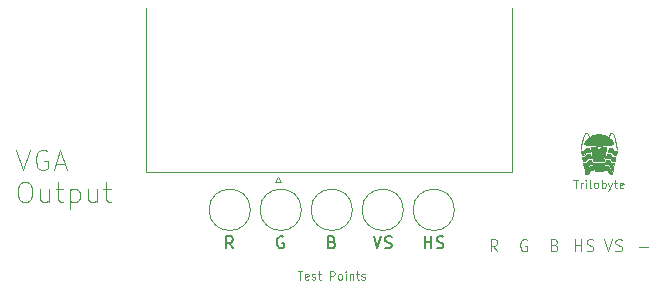
<source format=gbr>
%TF.GenerationSoftware,KiCad,Pcbnew,(6.0.0-0)*%
%TF.CreationDate,2022-07-05T21:59:06-04:00*%
%TF.ProjectId,IO-VGA-output,494f2d56-4741-42d6-9f75-747075742e6b,rev?*%
%TF.SameCoordinates,Original*%
%TF.FileFunction,Legend,Top*%
%TF.FilePolarity,Positive*%
%FSLAX46Y46*%
G04 Gerber Fmt 4.6, Leading zero omitted, Abs format (unit mm)*
G04 Created by KiCad (PCBNEW (6.0.0-0)) date 2022-07-05 21:59:06*
%MOMM*%
%LPD*%
G01*
G04 APERTURE LIST*
%ADD10C,0.150000*%
%ADD11C,0.100000*%
%ADD12C,0.120000*%
%ADD13C,0.013229*%
G04 APERTURE END LIST*
D10*
X155448095Y-103322380D02*
X155448095Y-102322380D01*
X155448095Y-102798571D02*
X156019523Y-102798571D01*
X156019523Y-103322380D02*
X156019523Y-102322380D01*
X156448095Y-103274761D02*
X156590952Y-103322380D01*
X156829047Y-103322380D01*
X156924285Y-103274761D01*
X156971904Y-103227142D01*
X157019523Y-103131904D01*
X157019523Y-103036666D01*
X156971904Y-102941428D01*
X156924285Y-102893809D01*
X156829047Y-102846190D01*
X156638571Y-102798571D01*
X156543333Y-102750952D01*
X156495714Y-102703333D01*
X156448095Y-102608095D01*
X156448095Y-102512857D01*
X156495714Y-102417619D01*
X156543333Y-102370000D01*
X156638571Y-102322380D01*
X156876666Y-102322380D01*
X157019523Y-102370000D01*
D11*
X170640476Y-102576380D02*
X170973809Y-103576380D01*
X171307142Y-102576380D01*
X171592857Y-103528761D02*
X171735714Y-103576380D01*
X171973809Y-103576380D01*
X172069047Y-103528761D01*
X172116666Y-103481142D01*
X172164285Y-103385904D01*
X172164285Y-103290666D01*
X172116666Y-103195428D01*
X172069047Y-103147809D01*
X171973809Y-103100190D01*
X171783333Y-103052571D01*
X171688095Y-103004952D01*
X171640476Y-102957333D01*
X171592857Y-102862095D01*
X171592857Y-102766857D01*
X171640476Y-102671619D01*
X171688095Y-102624000D01*
X171783333Y-102576380D01*
X172021428Y-102576380D01*
X172164285Y-102624000D01*
X168023333Y-97530108D02*
X168423333Y-97530108D01*
X168223333Y-98230108D02*
X168223333Y-97530108D01*
X168656666Y-98230108D02*
X168656666Y-97763442D01*
X168656666Y-97896775D02*
X168690000Y-97830108D01*
X168723333Y-97796775D01*
X168790000Y-97763442D01*
X168856666Y-97763442D01*
X169090000Y-98230108D02*
X169090000Y-97763442D01*
X169090000Y-97530108D02*
X169056666Y-97563442D01*
X169090000Y-97596775D01*
X169123333Y-97563442D01*
X169090000Y-97530108D01*
X169090000Y-97596775D01*
X169523333Y-98230108D02*
X169456666Y-98196775D01*
X169423333Y-98130108D01*
X169423333Y-97530108D01*
X169890000Y-98230108D02*
X169823333Y-98196775D01*
X169790000Y-98163442D01*
X169756666Y-98096775D01*
X169756666Y-97896775D01*
X169790000Y-97830108D01*
X169823333Y-97796775D01*
X169890000Y-97763442D01*
X169990000Y-97763442D01*
X170056666Y-97796775D01*
X170090000Y-97830108D01*
X170123333Y-97896775D01*
X170123333Y-98096775D01*
X170090000Y-98163442D01*
X170056666Y-98196775D01*
X169990000Y-98230108D01*
X169890000Y-98230108D01*
X170423333Y-98230108D02*
X170423333Y-97530108D01*
X170423333Y-97796775D02*
X170490000Y-97763442D01*
X170623333Y-97763442D01*
X170690000Y-97796775D01*
X170723333Y-97830108D01*
X170756666Y-97896775D01*
X170756666Y-98096775D01*
X170723333Y-98163442D01*
X170690000Y-98196775D01*
X170623333Y-98230108D01*
X170490000Y-98230108D01*
X170423333Y-98196775D01*
X170990000Y-97763442D02*
X171156666Y-98230108D01*
X171323333Y-97763442D02*
X171156666Y-98230108D01*
X171090000Y-98396775D01*
X171056666Y-98430108D01*
X170990000Y-98463442D01*
X171490000Y-97763442D02*
X171756666Y-97763442D01*
X171590000Y-97530108D02*
X171590000Y-98130108D01*
X171623333Y-98196775D01*
X171690000Y-98230108D01*
X171756666Y-98230108D01*
X172256666Y-98196775D02*
X172190000Y-98230108D01*
X172056666Y-98230108D01*
X171990000Y-98196775D01*
X171956666Y-98130108D01*
X171956666Y-97863442D01*
X171990000Y-97796775D01*
X172056666Y-97763442D01*
X172190000Y-97763442D01*
X172256666Y-97796775D01*
X172290000Y-97863442D01*
X172290000Y-97930108D01*
X171956666Y-97996775D01*
D10*
X151112476Y-102322380D02*
X151445809Y-103322380D01*
X151779142Y-102322380D01*
X152064857Y-103274761D02*
X152207714Y-103322380D01*
X152445809Y-103322380D01*
X152541047Y-103274761D01*
X152588666Y-103227142D01*
X152636285Y-103131904D01*
X152636285Y-103036666D01*
X152588666Y-102941428D01*
X152541047Y-102893809D01*
X152445809Y-102846190D01*
X152255333Y-102798571D01*
X152160095Y-102750952D01*
X152112476Y-102703333D01*
X152064857Y-102608095D01*
X152064857Y-102512857D01*
X152112476Y-102417619D01*
X152160095Y-102370000D01*
X152255333Y-102322380D01*
X152493428Y-102322380D01*
X152636285Y-102370000D01*
D11*
X166441428Y-103052571D02*
X166584285Y-103100190D01*
X166631904Y-103147809D01*
X166679523Y-103243047D01*
X166679523Y-103385904D01*
X166631904Y-103481142D01*
X166584285Y-103528761D01*
X166489047Y-103576380D01*
X166108095Y-103576380D01*
X166108095Y-102576380D01*
X166441428Y-102576380D01*
X166536666Y-102624000D01*
X166584285Y-102671619D01*
X166631904Y-102766857D01*
X166631904Y-102862095D01*
X166584285Y-102957333D01*
X166536666Y-103004952D01*
X166441428Y-103052571D01*
X166108095Y-103052571D01*
X164091904Y-102624000D02*
X163996666Y-102576380D01*
X163853809Y-102576380D01*
X163710952Y-102624000D01*
X163615714Y-102719238D01*
X163568095Y-102814476D01*
X163520476Y-103004952D01*
X163520476Y-103147809D01*
X163568095Y-103338285D01*
X163615714Y-103433523D01*
X163710952Y-103528761D01*
X163853809Y-103576380D01*
X163949047Y-103576380D01*
X164091904Y-103528761D01*
X164139523Y-103481142D01*
X164139523Y-103147809D01*
X163949047Y-103147809D01*
X120876904Y-94982547D02*
X121443571Y-96682547D01*
X122010238Y-94982547D01*
X123467380Y-95063500D02*
X123305476Y-94982547D01*
X123062619Y-94982547D01*
X122819761Y-95063500D01*
X122657857Y-95225404D01*
X122576904Y-95387309D01*
X122495952Y-95711119D01*
X122495952Y-95953976D01*
X122576904Y-96277785D01*
X122657857Y-96439690D01*
X122819761Y-96601595D01*
X123062619Y-96682547D01*
X123224523Y-96682547D01*
X123467380Y-96601595D01*
X123548333Y-96520642D01*
X123548333Y-95953976D01*
X123224523Y-95953976D01*
X124195952Y-96196833D02*
X125005476Y-96196833D01*
X124034047Y-96682547D02*
X124600714Y-94982547D01*
X125167380Y-96682547D01*
X121443571Y-97719547D02*
X121767380Y-97719547D01*
X121929285Y-97800500D01*
X122091190Y-97962404D01*
X122172142Y-98286214D01*
X122172142Y-98852880D01*
X122091190Y-99176690D01*
X121929285Y-99338595D01*
X121767380Y-99419547D01*
X121443571Y-99419547D01*
X121281666Y-99338595D01*
X121119761Y-99176690D01*
X121038809Y-98852880D01*
X121038809Y-98286214D01*
X121119761Y-97962404D01*
X121281666Y-97800500D01*
X121443571Y-97719547D01*
X123629285Y-98286214D02*
X123629285Y-99419547D01*
X122900714Y-98286214D02*
X122900714Y-99176690D01*
X122981666Y-99338595D01*
X123143571Y-99419547D01*
X123386428Y-99419547D01*
X123548333Y-99338595D01*
X123629285Y-99257642D01*
X124195952Y-98286214D02*
X124843571Y-98286214D01*
X124438809Y-97719547D02*
X124438809Y-99176690D01*
X124519761Y-99338595D01*
X124681666Y-99419547D01*
X124843571Y-99419547D01*
X125410238Y-98286214D02*
X125410238Y-99986214D01*
X125410238Y-98367166D02*
X125572142Y-98286214D01*
X125895952Y-98286214D01*
X126057857Y-98367166D01*
X126138809Y-98448119D01*
X126219761Y-98610023D01*
X126219761Y-99095738D01*
X126138809Y-99257642D01*
X126057857Y-99338595D01*
X125895952Y-99419547D01*
X125572142Y-99419547D01*
X125410238Y-99338595D01*
X127676904Y-98286214D02*
X127676904Y-99419547D01*
X126948333Y-98286214D02*
X126948333Y-99176690D01*
X127029285Y-99338595D01*
X127191190Y-99419547D01*
X127434047Y-99419547D01*
X127595952Y-99338595D01*
X127676904Y-99257642D01*
X128243571Y-98286214D02*
X128891190Y-98286214D01*
X128486428Y-97719547D02*
X128486428Y-99176690D01*
X128567380Y-99338595D01*
X128729285Y-99419547D01*
X128891190Y-99419547D01*
X173609047Y-103195428D02*
X174370952Y-103195428D01*
X144690666Y-105280666D02*
X145090666Y-105280666D01*
X144890666Y-105980666D02*
X144890666Y-105280666D01*
X145590666Y-105947333D02*
X145524000Y-105980666D01*
X145390666Y-105980666D01*
X145324000Y-105947333D01*
X145290666Y-105880666D01*
X145290666Y-105614000D01*
X145324000Y-105547333D01*
X145390666Y-105514000D01*
X145524000Y-105514000D01*
X145590666Y-105547333D01*
X145624000Y-105614000D01*
X145624000Y-105680666D01*
X145290666Y-105747333D01*
X145890666Y-105947333D02*
X145957333Y-105980666D01*
X146090666Y-105980666D01*
X146157333Y-105947333D01*
X146190666Y-105880666D01*
X146190666Y-105847333D01*
X146157333Y-105780666D01*
X146090666Y-105747333D01*
X145990666Y-105747333D01*
X145924000Y-105714000D01*
X145890666Y-105647333D01*
X145890666Y-105614000D01*
X145924000Y-105547333D01*
X145990666Y-105514000D01*
X146090666Y-105514000D01*
X146157333Y-105547333D01*
X146390666Y-105514000D02*
X146657333Y-105514000D01*
X146490666Y-105280666D02*
X146490666Y-105880666D01*
X146524000Y-105947333D01*
X146590666Y-105980666D01*
X146657333Y-105980666D01*
X147424000Y-105980666D02*
X147424000Y-105280666D01*
X147690666Y-105280666D01*
X147757333Y-105314000D01*
X147790666Y-105347333D01*
X147824000Y-105414000D01*
X147824000Y-105514000D01*
X147790666Y-105580666D01*
X147757333Y-105614000D01*
X147690666Y-105647333D01*
X147424000Y-105647333D01*
X148224000Y-105980666D02*
X148157333Y-105947333D01*
X148124000Y-105914000D01*
X148090666Y-105847333D01*
X148090666Y-105647333D01*
X148124000Y-105580666D01*
X148157333Y-105547333D01*
X148224000Y-105514000D01*
X148324000Y-105514000D01*
X148390666Y-105547333D01*
X148424000Y-105580666D01*
X148457333Y-105647333D01*
X148457333Y-105847333D01*
X148424000Y-105914000D01*
X148390666Y-105947333D01*
X148324000Y-105980666D01*
X148224000Y-105980666D01*
X148757333Y-105980666D02*
X148757333Y-105514000D01*
X148757333Y-105280666D02*
X148724000Y-105314000D01*
X148757333Y-105347333D01*
X148790666Y-105314000D01*
X148757333Y-105280666D01*
X148757333Y-105347333D01*
X149090666Y-105514000D02*
X149090666Y-105980666D01*
X149090666Y-105580666D02*
X149124000Y-105547333D01*
X149190666Y-105514000D01*
X149290666Y-105514000D01*
X149357333Y-105547333D01*
X149390666Y-105614000D01*
X149390666Y-105980666D01*
X149624000Y-105514000D02*
X149890666Y-105514000D01*
X149724000Y-105280666D02*
X149724000Y-105880666D01*
X149757333Y-105947333D01*
X149824000Y-105980666D01*
X149890666Y-105980666D01*
X150090666Y-105947333D02*
X150157333Y-105980666D01*
X150290666Y-105980666D01*
X150357333Y-105947333D01*
X150390666Y-105880666D01*
X150390666Y-105847333D01*
X150357333Y-105780666D01*
X150290666Y-105747333D01*
X150190666Y-105747333D01*
X150124000Y-105714000D01*
X150090666Y-105647333D01*
X150090666Y-105614000D01*
X150124000Y-105547333D01*
X150190666Y-105514000D01*
X150290666Y-105514000D01*
X150357333Y-105547333D01*
X161599523Y-103576380D02*
X161266190Y-103100190D01*
X161028095Y-103576380D02*
X161028095Y-102576380D01*
X161409047Y-102576380D01*
X161504285Y-102624000D01*
X161551904Y-102671619D01*
X161599523Y-102766857D01*
X161599523Y-102909714D01*
X161551904Y-103004952D01*
X161504285Y-103052571D01*
X161409047Y-103100190D01*
X161028095Y-103100190D01*
D10*
X139217523Y-103322380D02*
X138884190Y-102846190D01*
X138646095Y-103322380D02*
X138646095Y-102322380D01*
X139027047Y-102322380D01*
X139122285Y-102370000D01*
X139169904Y-102417619D01*
X139217523Y-102512857D01*
X139217523Y-102655714D01*
X139169904Y-102750952D01*
X139122285Y-102798571D01*
X139027047Y-102846190D01*
X138646095Y-102846190D01*
D11*
X168148095Y-103576380D02*
X168148095Y-102576380D01*
X168148095Y-103052571D02*
X168719523Y-103052571D01*
X168719523Y-103576380D02*
X168719523Y-102576380D01*
X169148095Y-103528761D02*
X169290952Y-103576380D01*
X169529047Y-103576380D01*
X169624285Y-103528761D01*
X169671904Y-103481142D01*
X169719523Y-103385904D01*
X169719523Y-103290666D01*
X169671904Y-103195428D01*
X169624285Y-103147809D01*
X169529047Y-103100190D01*
X169338571Y-103052571D01*
X169243333Y-103004952D01*
X169195714Y-102957333D01*
X169148095Y-102862095D01*
X169148095Y-102766857D01*
X169195714Y-102671619D01*
X169243333Y-102624000D01*
X169338571Y-102576380D01*
X169576666Y-102576380D01*
X169719523Y-102624000D01*
D10*
X143487904Y-102370000D02*
X143392666Y-102322380D01*
X143249809Y-102322380D01*
X143106952Y-102370000D01*
X143011714Y-102465238D01*
X142964095Y-102560476D01*
X142916476Y-102750952D01*
X142916476Y-102893809D01*
X142964095Y-103084285D01*
X143011714Y-103179523D01*
X143106952Y-103274761D01*
X143249809Y-103322380D01*
X143345047Y-103322380D01*
X143487904Y-103274761D01*
X143535523Y-103227142D01*
X143535523Y-102893809D01*
X143345047Y-102893809D01*
X147615428Y-102798571D02*
X147758285Y-102846190D01*
X147805904Y-102893809D01*
X147853523Y-102989047D01*
X147853523Y-103131904D01*
X147805904Y-103227142D01*
X147758285Y-103274761D01*
X147663047Y-103322380D01*
X147282095Y-103322380D01*
X147282095Y-102322380D01*
X147615428Y-102322380D01*
X147710666Y-102370000D01*
X147758285Y-102417619D01*
X147805904Y-102512857D01*
X147805904Y-102608095D01*
X147758285Y-102703333D01*
X147710666Y-102750952D01*
X147615428Y-102798571D01*
X147282095Y-102798571D01*
D12*
%TO.C,TP1*%
X149324000Y-100076000D02*
G75*
G03*
X149324000Y-100076000I-1750000J0D01*
G01*
D13*
%TO.C,REF\u002A\u002A*%
X171368560Y-93646838D02*
X171390349Y-93676917D01*
X168703440Y-94618416D02*
X168680053Y-94779484D01*
X171390349Y-93676917D02*
X171432942Y-93748618D01*
X171269605Y-93568794D02*
X171288118Y-93575306D01*
X169194244Y-93575441D02*
X169178602Y-93562511D01*
X168871687Y-93903001D02*
X168838794Y-94002051D01*
X169162417Y-93553139D02*
X169145674Y-93547490D01*
X169128355Y-93545731D02*
X169110445Y-93548024D01*
X169355620Y-93992313D02*
X169335150Y-93905365D01*
X168989652Y-93656147D02*
X168989652Y-93656147D01*
X171234383Y-93568260D02*
X171251699Y-93566500D01*
X169110445Y-93548024D02*
X169091927Y-93554536D01*
X169392914Y-94179878D02*
X169355620Y-93992313D01*
X171141979Y-93654704D02*
X171170699Y-93612535D01*
X170987092Y-94200648D02*
X171024399Y-94013083D01*
X170953786Y-94397642D02*
X170987092Y-94200648D01*
X168989652Y-93656147D02*
X168947037Y-93727849D01*
X171201458Y-93583280D02*
X171217641Y-93573909D01*
X169011453Y-93626069D02*
X168989652Y-93656147D01*
X171066745Y-93845504D02*
X171090131Y-93772508D01*
X171347459Y-93621803D02*
X171368560Y-93646838D01*
X171217641Y-93573909D02*
X171234383Y-93568260D01*
X171115166Y-93708469D02*
X171141979Y-93654704D01*
X168947037Y-93727849D02*
X168907741Y-93810867D01*
X168782181Y-94212102D02*
X168737273Y-94423423D01*
X171024399Y-94013083D02*
X171044877Y-93926135D01*
X168907741Y-93810867D02*
X168871687Y-93903001D01*
X169426215Y-94376872D02*
X169392914Y-94179878D01*
X168680053Y-94779484D02*
X168662098Y-94929455D01*
X169072785Y-93565432D02*
X169053003Y-93580876D01*
X171044877Y-93926135D02*
X171066745Y-93845504D01*
X169289913Y-93751738D02*
X169264885Y-93687699D01*
X171699930Y-94800142D02*
X171717903Y-94950092D01*
X171288118Y-93575306D02*
X171307254Y-93586202D01*
X171307254Y-93586202D02*
X171327029Y-93601646D01*
X169053003Y-93580876D02*
X169032564Y-93601033D01*
X169313291Y-93824734D02*
X169289913Y-93751738D01*
X171676527Y-94639095D02*
X171699930Y-94800142D01*
X169209360Y-93591765D02*
X169194244Y-93575441D01*
X169145674Y-93547490D02*
X169128355Y-93545731D01*
X168737273Y-94423423D02*
X168703440Y-94618416D01*
X171170699Y-93612535D02*
X171185816Y-93596211D01*
X171472222Y-93831631D02*
X171508265Y-93923758D01*
X171570957Y-94126557D02*
X171597762Y-94232830D01*
X171432942Y-93748618D02*
X171472222Y-93831631D01*
X169264885Y-93687699D02*
X169238077Y-93633934D01*
X171185816Y-93596211D02*
X171201458Y-93583280D01*
X169091927Y-93554536D02*
X169072785Y-93565432D01*
X171327029Y-93601646D02*
X171347459Y-93621803D01*
X171541151Y-94022800D02*
X171570957Y-94126557D01*
X169178602Y-93562511D02*
X169162417Y-93553139D01*
X171597762Y-94232830D02*
X171642679Y-94444126D01*
X168838794Y-94002051D02*
X168808985Y-94105818D01*
X169032564Y-93601033D02*
X169011453Y-93626069D01*
X171508265Y-93923758D02*
X171541151Y-94022800D01*
X169335150Y-93905365D02*
X169313291Y-93824734D01*
X168808985Y-94105818D02*
X168782181Y-94212102D01*
X169238077Y-93633934D02*
X169209360Y-93591765D01*
X171390349Y-93676917D02*
X171390349Y-93676917D01*
X171642679Y-94444126D02*
X171676527Y-94639095D01*
X171251699Y-93566500D02*
X171269605Y-93568794D01*
X171090131Y-93772508D02*
X171115166Y-93708469D01*
X169714610Y-96081980D02*
X169827058Y-96779156D01*
X169827058Y-96779156D02*
X170527014Y-96779156D01*
X170527014Y-96779156D02*
X170639462Y-96081980D01*
X170639462Y-96081980D02*
X169714610Y-96081980D01*
X169714610Y-96081980D02*
X169714610Y-96081980D01*
G36*
X170527014Y-96779156D02*
G01*
X169827058Y-96779156D01*
X169714610Y-96081980D01*
X170639462Y-96081980D01*
X170527014Y-96779156D01*
G37*
X170527014Y-96779156D02*
X169827058Y-96779156D01*
X169714610Y-96081980D01*
X170639462Y-96081980D01*
X170527014Y-96779156D01*
X170176970Y-93674536D02*
X170110887Y-93676348D01*
X170110887Y-93676348D02*
X170045630Y-93681651D01*
X170045630Y-93681651D02*
X169981297Y-93690246D01*
X169981297Y-93690246D02*
X169917984Y-93701934D01*
X169917984Y-93701934D02*
X169855790Y-93716515D01*
X169855790Y-93716515D02*
X169794810Y-93733790D01*
X169794810Y-93733790D02*
X169735143Y-93753560D01*
X169735143Y-93753560D02*
X169676885Y-93775625D01*
X169676885Y-93775625D02*
X169564984Y-93825845D01*
X169564984Y-93825845D02*
X169459886Y-93882856D01*
X169459886Y-93882856D02*
X169362366Y-93945063D01*
X169362366Y-93945063D02*
X169273203Y-94010871D01*
X169273203Y-94010871D02*
X169193172Y-94078687D01*
X169193172Y-94078687D02*
X169123051Y-94146917D01*
X169123051Y-94146917D02*
X169063617Y-94213965D01*
X169063617Y-94213965D02*
X169015645Y-94278239D01*
X169015645Y-94278239D02*
X168979915Y-94338143D01*
X168979915Y-94338143D02*
X168957201Y-94392083D01*
X168957201Y-94392083D02*
X168950969Y-94416318D01*
X168950969Y-94416318D02*
X168948282Y-94438465D01*
X168948282Y-94438465D02*
X168949238Y-94458323D01*
X168949238Y-94458323D02*
X168953933Y-94475695D01*
X168953933Y-94475695D02*
X168960577Y-94487972D01*
X168960577Y-94487972D02*
X168969749Y-94498870D01*
X168969749Y-94498870D02*
X168981346Y-94508477D01*
X168981346Y-94508477D02*
X168995267Y-94516882D01*
X168995267Y-94516882D02*
X169011407Y-94524176D01*
X169011407Y-94524176D02*
X169029665Y-94530447D01*
X169029665Y-94530447D02*
X169049937Y-94535785D01*
X169049937Y-94535785D02*
X169072122Y-94540280D01*
X169072122Y-94540280D02*
X169121816Y-94547097D01*
X169121816Y-94547097D02*
X169177927Y-94551613D01*
X169177927Y-94551613D02*
X169306110Y-94556607D01*
X169306110Y-94556607D02*
X169450101Y-94560988D01*
X169450101Y-94560988D02*
X169525970Y-94564737D01*
X169525970Y-94564737D02*
X169603326Y-94570479D01*
X169603326Y-94570479D02*
X169681349Y-94578931D01*
X169681349Y-94578931D02*
X169759215Y-94590808D01*
X169759215Y-94590808D02*
X169797833Y-94598254D01*
X169797833Y-94598254D02*
X169836105Y-94606825D01*
X169836105Y-94606825D02*
X169873926Y-94616609D01*
X169873926Y-94616609D02*
X169911196Y-94627698D01*
X169911196Y-94627698D02*
X169942788Y-94637651D01*
X169942788Y-94637651D02*
X169974659Y-94646342D01*
X169974659Y-94646342D02*
X170006770Y-94653770D01*
X170006770Y-94653770D02*
X170039086Y-94659933D01*
X170039086Y-94659933D02*
X170071568Y-94664832D01*
X170071568Y-94664832D02*
X170104180Y-94668466D01*
X170104180Y-94668466D02*
X170136884Y-94670834D01*
X170136884Y-94670834D02*
X170169644Y-94671936D01*
X170169644Y-94671936D02*
X170202421Y-94671771D01*
X170202421Y-94671771D02*
X170235180Y-94670339D01*
X170235180Y-94670339D02*
X170267882Y-94667639D01*
X170267882Y-94667639D02*
X170300491Y-94663671D01*
X170300491Y-94663671D02*
X170332970Y-94658434D01*
X170332970Y-94658434D02*
X170365281Y-94651928D01*
X170365281Y-94651928D02*
X170397387Y-94644152D01*
X170397387Y-94644152D02*
X170429251Y-94635106D01*
X170429251Y-94635106D02*
X170506672Y-94615381D01*
X170506672Y-94615381D02*
X170585603Y-94600106D01*
X170585603Y-94600106D02*
X170665243Y-94588607D01*
X170665243Y-94588607D02*
X170744789Y-94580209D01*
X170744789Y-94580209D02*
X170900386Y-94570017D01*
X170900386Y-94570017D02*
X171045977Y-94564131D01*
X171045977Y-94564131D02*
X171175141Y-94557154D01*
X171175141Y-94557154D02*
X171231557Y-94551570D01*
X171231557Y-94551570D02*
X171281458Y-94543688D01*
X171281458Y-94543688D02*
X171324043Y-94532835D01*
X171324043Y-94532835D02*
X171358509Y-94518334D01*
X171358509Y-94518334D02*
X171372447Y-94509506D01*
X171372447Y-94509506D02*
X171384054Y-94499512D01*
X171384054Y-94499512D02*
X171393229Y-94488270D01*
X171393229Y-94488270D02*
X171399874Y-94475695D01*
X171399874Y-94475695D02*
X171404588Y-94457974D01*
X171404588Y-94457974D02*
X171405549Y-94437809D01*
X171405549Y-94437809D02*
X171402856Y-94415398D01*
X171402856Y-94415398D02*
X171396606Y-94390938D01*
X171396606Y-94390938D02*
X171386899Y-94364625D01*
X171386899Y-94364625D02*
X171373833Y-94336658D01*
X171373833Y-94336658D02*
X171357505Y-94307232D01*
X171357505Y-94307232D02*
X171338015Y-94276546D01*
X171338015Y-94276546D02*
X171315460Y-94244796D01*
X171315460Y-94244796D02*
X171289939Y-94212180D01*
X171289939Y-94212180D02*
X171261550Y-94178895D01*
X171261550Y-94178895D02*
X171230391Y-94145138D01*
X171230391Y-94145138D02*
X171196561Y-94111106D01*
X171196561Y-94111106D02*
X171160158Y-94076996D01*
X171160158Y-94076996D02*
X171121280Y-94043006D01*
X171121280Y-94043006D02*
X171080026Y-94009333D01*
X171080026Y-94009333D02*
X171036493Y-93976174D01*
X171036493Y-93976174D02*
X170990781Y-93943726D01*
X170990781Y-93943726D02*
X170942987Y-93912186D01*
X170942987Y-93912186D02*
X170893210Y-93881751D01*
X170893210Y-93881751D02*
X170841548Y-93852619D01*
X170841548Y-93852619D02*
X170788099Y-93824987D01*
X170788099Y-93824987D02*
X170732962Y-93799052D01*
X170732962Y-93799052D02*
X170676234Y-93775012D01*
X170676234Y-93775012D02*
X170618015Y-93753062D01*
X170618015Y-93753062D02*
X170558403Y-93733401D01*
X170558403Y-93733401D02*
X170497495Y-93716226D01*
X170497495Y-93716226D02*
X170435391Y-93701733D01*
X170435391Y-93701733D02*
X170372188Y-93690121D01*
X170372188Y-93690121D02*
X170307984Y-93681586D01*
X170307984Y-93681586D02*
X170242879Y-93676325D01*
X170242879Y-93676325D02*
X170176970Y-93674536D01*
X170176970Y-93674536D02*
X170176970Y-93674536D01*
G36*
X170242879Y-93676325D02*
G01*
X170307984Y-93681586D01*
X170372188Y-93690121D01*
X170435391Y-93701733D01*
X170497495Y-93716226D01*
X170558403Y-93733401D01*
X170618015Y-93753062D01*
X170676234Y-93775012D01*
X170732962Y-93799052D01*
X170788099Y-93824987D01*
X170841548Y-93852619D01*
X170893210Y-93881751D01*
X170942987Y-93912186D01*
X170990781Y-93943726D01*
X171036493Y-93976174D01*
X171080026Y-94009333D01*
X171121280Y-94043006D01*
X171160158Y-94076996D01*
X171196561Y-94111106D01*
X171230391Y-94145138D01*
X171261550Y-94178895D01*
X171289939Y-94212180D01*
X171315460Y-94244796D01*
X171338015Y-94276546D01*
X171357505Y-94307232D01*
X171373833Y-94336658D01*
X171386899Y-94364625D01*
X171396606Y-94390938D01*
X171402856Y-94415398D01*
X171405549Y-94437809D01*
X171404588Y-94457974D01*
X171399874Y-94475695D01*
X171393229Y-94488270D01*
X171384054Y-94499512D01*
X171372447Y-94509506D01*
X171358509Y-94518334D01*
X171324043Y-94532835D01*
X171281458Y-94543688D01*
X171231557Y-94551570D01*
X171175141Y-94557154D01*
X171045977Y-94564131D01*
X170900386Y-94570017D01*
X170744789Y-94580209D01*
X170665243Y-94588607D01*
X170585603Y-94600106D01*
X170506672Y-94615381D01*
X170429251Y-94635106D01*
X170397387Y-94644152D01*
X170365281Y-94651928D01*
X170332970Y-94658434D01*
X170300491Y-94663671D01*
X170267882Y-94667639D01*
X170235180Y-94670339D01*
X170202421Y-94671771D01*
X170169644Y-94671936D01*
X170136884Y-94670834D01*
X170104180Y-94668466D01*
X170071568Y-94664832D01*
X170039086Y-94659933D01*
X170006770Y-94653770D01*
X169974659Y-94646342D01*
X169942788Y-94637651D01*
X169911196Y-94627698D01*
X169873926Y-94616609D01*
X169836105Y-94606825D01*
X169797833Y-94598254D01*
X169759215Y-94590808D01*
X169681349Y-94578931D01*
X169603326Y-94570479D01*
X169525970Y-94564737D01*
X169450101Y-94560988D01*
X169306110Y-94556607D01*
X169177927Y-94551613D01*
X169121816Y-94547097D01*
X169072122Y-94540280D01*
X169049937Y-94535785D01*
X169029665Y-94530447D01*
X169011407Y-94524176D01*
X168995267Y-94516882D01*
X168981346Y-94508477D01*
X168969749Y-94498870D01*
X168960577Y-94487972D01*
X168953933Y-94475695D01*
X168949238Y-94458323D01*
X168948282Y-94438465D01*
X168950969Y-94416318D01*
X168957201Y-94392083D01*
X168979915Y-94338143D01*
X169015645Y-94278239D01*
X169063617Y-94213965D01*
X169123051Y-94146917D01*
X169193172Y-94078687D01*
X169273203Y-94010871D01*
X169362366Y-93945063D01*
X169459886Y-93882856D01*
X169564984Y-93825845D01*
X169676885Y-93775625D01*
X169735143Y-93753560D01*
X169794810Y-93733790D01*
X169855790Y-93716515D01*
X169917984Y-93701934D01*
X169981297Y-93690246D01*
X170045630Y-93681651D01*
X170110887Y-93676348D01*
X170176970Y-93674536D01*
X170242879Y-93676325D01*
G37*
X170242879Y-93676325D02*
X170307984Y-93681586D01*
X170372188Y-93690121D01*
X170435391Y-93701733D01*
X170497495Y-93716226D01*
X170558403Y-93733401D01*
X170618015Y-93753062D01*
X170676234Y-93775012D01*
X170732962Y-93799052D01*
X170788099Y-93824987D01*
X170841548Y-93852619D01*
X170893210Y-93881751D01*
X170942987Y-93912186D01*
X170990781Y-93943726D01*
X171036493Y-93976174D01*
X171080026Y-94009333D01*
X171121280Y-94043006D01*
X171160158Y-94076996D01*
X171196561Y-94111106D01*
X171230391Y-94145138D01*
X171261550Y-94178895D01*
X171289939Y-94212180D01*
X171315460Y-94244796D01*
X171338015Y-94276546D01*
X171357505Y-94307232D01*
X171373833Y-94336658D01*
X171386899Y-94364625D01*
X171396606Y-94390938D01*
X171402856Y-94415398D01*
X171405549Y-94437809D01*
X171404588Y-94457974D01*
X171399874Y-94475695D01*
X171393229Y-94488270D01*
X171384054Y-94499512D01*
X171372447Y-94509506D01*
X171358509Y-94518334D01*
X171324043Y-94532835D01*
X171281458Y-94543688D01*
X171231557Y-94551570D01*
X171175141Y-94557154D01*
X171045977Y-94564131D01*
X170900386Y-94570017D01*
X170744789Y-94580209D01*
X170665243Y-94588607D01*
X170585603Y-94600106D01*
X170506672Y-94615381D01*
X170429251Y-94635106D01*
X170397387Y-94644152D01*
X170365281Y-94651928D01*
X170332970Y-94658434D01*
X170300491Y-94663671D01*
X170267882Y-94667639D01*
X170235180Y-94670339D01*
X170202421Y-94671771D01*
X170169644Y-94671936D01*
X170136884Y-94670834D01*
X170104180Y-94668466D01*
X170071568Y-94664832D01*
X170039086Y-94659933D01*
X170006770Y-94653770D01*
X169974659Y-94646342D01*
X169942788Y-94637651D01*
X169911196Y-94627698D01*
X169873926Y-94616609D01*
X169836105Y-94606825D01*
X169797833Y-94598254D01*
X169759215Y-94590808D01*
X169681349Y-94578931D01*
X169603326Y-94570479D01*
X169525970Y-94564737D01*
X169450101Y-94560988D01*
X169306110Y-94556607D01*
X169177927Y-94551613D01*
X169121816Y-94547097D01*
X169072122Y-94540280D01*
X169049937Y-94535785D01*
X169029665Y-94530447D01*
X169011407Y-94524176D01*
X168995267Y-94516882D01*
X168981346Y-94508477D01*
X168969749Y-94498870D01*
X168960577Y-94487972D01*
X168953933Y-94475695D01*
X168949238Y-94458323D01*
X168948282Y-94438465D01*
X168950969Y-94416318D01*
X168957201Y-94392083D01*
X168979915Y-94338143D01*
X169015645Y-94278239D01*
X169063617Y-94213965D01*
X169123051Y-94146917D01*
X169193172Y-94078687D01*
X169273203Y-94010871D01*
X169362366Y-93945063D01*
X169459886Y-93882856D01*
X169564984Y-93825845D01*
X169676885Y-93775625D01*
X169735143Y-93753560D01*
X169794810Y-93733790D01*
X169855790Y-93716515D01*
X169917984Y-93701934D01*
X169981297Y-93690246D01*
X170045630Y-93681651D01*
X170110887Y-93676348D01*
X170176970Y-93674536D01*
X170242879Y-93676325D01*
X169536017Y-94778907D02*
X170005123Y-94778907D01*
X170005123Y-94778907D02*
X170005902Y-94784870D01*
X170005902Y-94784870D02*
X170006853Y-94790805D01*
X170006853Y-94790805D02*
X170007974Y-94796707D01*
X170007974Y-94796707D02*
X170009264Y-94802574D01*
X170009264Y-94802574D02*
X170010723Y-94808400D01*
X170010723Y-94808400D02*
X170012350Y-94814184D01*
X170012350Y-94814184D02*
X170014144Y-94819920D01*
X170014144Y-94819920D02*
X170016103Y-94825606D01*
X170016103Y-94825606D02*
X170017154Y-94828012D01*
X170017154Y-94828012D02*
X170018251Y-94830396D01*
X170018251Y-94830396D02*
X170019393Y-94832757D01*
X170019393Y-94832757D02*
X170020580Y-94835094D01*
X170020580Y-94835094D02*
X170021812Y-94837406D01*
X170021812Y-94837406D02*
X170023088Y-94839694D01*
X170023088Y-94839694D02*
X170024408Y-94841956D01*
X170024408Y-94841956D02*
X170025771Y-94844192D01*
X170025771Y-94844192D02*
X170027177Y-94846401D01*
X170027177Y-94846401D02*
X170028627Y-94848583D01*
X170028627Y-94848583D02*
X170030118Y-94850736D01*
X170030118Y-94850736D02*
X170031651Y-94852861D01*
X170031651Y-94852861D02*
X170033226Y-94854956D01*
X170033226Y-94854956D02*
X170034842Y-94857022D01*
X170034842Y-94857022D02*
X170036499Y-94859056D01*
X170036499Y-94859056D02*
X170038196Y-94861060D01*
X170038196Y-94861060D02*
X170040485Y-94863978D01*
X170040485Y-94863978D02*
X170042825Y-94866852D01*
X170042825Y-94866852D02*
X170045216Y-94869681D01*
X170045216Y-94869681D02*
X170047658Y-94872465D01*
X170047658Y-94872465D02*
X170050150Y-94875202D01*
X170050150Y-94875202D02*
X170052691Y-94877892D01*
X170052691Y-94877892D02*
X170055281Y-94880535D01*
X170055281Y-94880535D02*
X170057919Y-94883129D01*
X170057919Y-94883129D02*
X170060603Y-94885675D01*
X170060603Y-94885675D02*
X170063335Y-94888171D01*
X170063335Y-94888171D02*
X170066112Y-94890617D01*
X170066112Y-94890617D02*
X170068934Y-94893012D01*
X170068934Y-94893012D02*
X170071801Y-94895355D01*
X170071801Y-94895355D02*
X170074711Y-94897647D01*
X170074711Y-94897647D02*
X170077665Y-94899885D01*
X170077665Y-94899885D02*
X170080661Y-94902071D01*
X170080661Y-94902071D02*
X170084535Y-94904710D01*
X170084535Y-94904710D02*
X170088466Y-94907255D01*
X170088466Y-94907255D02*
X170092452Y-94909704D01*
X170092452Y-94909704D02*
X170096492Y-94912058D01*
X170096492Y-94912058D02*
X170100585Y-94914314D01*
X170100585Y-94914314D02*
X170104727Y-94916472D01*
X170104727Y-94916472D02*
X170108918Y-94918532D01*
X170108918Y-94918532D02*
X170113156Y-94920492D01*
X170113156Y-94920492D02*
X170117439Y-94922352D01*
X170117439Y-94922352D02*
X170121765Y-94924111D01*
X170121765Y-94924111D02*
X170126132Y-94925768D01*
X170126132Y-94925768D02*
X170130539Y-94927322D01*
X170130539Y-94927322D02*
X170134984Y-94928773D01*
X170134984Y-94928773D02*
X170139465Y-94930120D01*
X170139465Y-94930120D02*
X170143980Y-94931361D01*
X170143980Y-94931361D02*
X170148527Y-94932497D01*
X170148527Y-94932497D02*
X170152944Y-94933552D01*
X170152944Y-94933552D02*
X170157384Y-94934500D01*
X170157384Y-94934500D02*
X170161844Y-94935340D01*
X170161844Y-94935340D02*
X170166322Y-94936073D01*
X170166322Y-94936073D02*
X170170816Y-94936698D01*
X170170816Y-94936698D02*
X170175325Y-94937214D01*
X170175325Y-94937214D02*
X170179846Y-94937622D01*
X170179846Y-94937622D02*
X170184378Y-94937922D01*
X170184378Y-94937922D02*
X170188588Y-94938073D01*
X170188588Y-94938073D02*
X170192799Y-94938125D01*
X170192799Y-94938125D02*
X170197010Y-94938076D01*
X170197010Y-94938076D02*
X170201217Y-94937928D01*
X170201217Y-94937928D02*
X170205419Y-94937679D01*
X170205419Y-94937679D02*
X170209615Y-94937330D01*
X170209615Y-94937330D02*
X170213802Y-94936882D01*
X170213802Y-94936882D02*
X170217980Y-94936334D01*
X170217980Y-94936334D02*
X170222011Y-94935593D01*
X170222011Y-94935593D02*
X170226021Y-94934761D01*
X170226021Y-94934761D02*
X170230008Y-94933841D01*
X170230008Y-94933841D02*
X170233970Y-94932831D01*
X170233970Y-94932831D02*
X170237907Y-94931733D01*
X170237907Y-94931733D02*
X170241817Y-94930548D01*
X170241817Y-94930548D02*
X170245698Y-94929275D01*
X170245698Y-94929275D02*
X170249549Y-94927915D01*
X170249549Y-94927915D02*
X170253369Y-94926469D01*
X170253369Y-94926469D02*
X170257155Y-94924937D01*
X170257155Y-94924937D02*
X170260907Y-94923320D01*
X170260907Y-94923320D02*
X170264623Y-94921618D01*
X170264623Y-94921618D02*
X170268302Y-94919833D01*
X170268302Y-94919833D02*
X170271942Y-94917964D01*
X170271942Y-94917964D02*
X170275541Y-94916011D01*
X170275541Y-94916011D02*
X170279099Y-94913976D01*
X170279099Y-94913976D02*
X170282816Y-94911865D01*
X170282816Y-94911865D02*
X170286485Y-94909676D01*
X170286485Y-94909676D02*
X170290102Y-94907410D01*
X170290102Y-94907410D02*
X170293669Y-94905068D01*
X170293669Y-94905068D02*
X170297182Y-94902651D01*
X170297182Y-94902651D02*
X170300641Y-94900159D01*
X170300641Y-94900159D02*
X170304046Y-94897595D01*
X170304046Y-94897595D02*
X170307394Y-94894959D01*
X170307394Y-94894959D02*
X170310684Y-94892251D01*
X170310684Y-94892251D02*
X170313917Y-94889473D01*
X170313917Y-94889473D02*
X170317089Y-94886625D01*
X170317089Y-94886625D02*
X170320201Y-94883709D01*
X170320201Y-94883709D02*
X170323250Y-94880726D01*
X170323250Y-94880726D02*
X170326237Y-94877675D01*
X170326237Y-94877675D02*
X170329159Y-94874559D01*
X170329159Y-94874559D02*
X170332016Y-94871379D01*
X170332016Y-94871379D02*
X170334560Y-94868610D01*
X170334560Y-94868610D02*
X170337030Y-94865782D01*
X170337030Y-94865782D02*
X170339426Y-94862895D01*
X170339426Y-94862895D02*
X170341747Y-94859950D01*
X170341747Y-94859950D02*
X170343991Y-94856950D01*
X170343991Y-94856950D02*
X170346158Y-94853896D01*
X170346158Y-94853896D02*
X170348247Y-94850789D01*
X170348247Y-94850789D02*
X170350256Y-94847632D01*
X170350256Y-94847632D02*
X170352185Y-94844424D01*
X170352185Y-94844424D02*
X170354034Y-94841169D01*
X170354034Y-94841169D02*
X170355800Y-94837867D01*
X170355800Y-94837867D02*
X170357483Y-94834520D01*
X170357483Y-94834520D02*
X170359083Y-94831129D01*
X170359083Y-94831129D02*
X170360598Y-94827696D01*
X170360598Y-94827696D02*
X170362026Y-94824223D01*
X170362026Y-94824223D02*
X170363369Y-94820711D01*
X170363369Y-94820711D02*
X170364965Y-94815551D01*
X170364965Y-94815551D02*
X170366493Y-94810370D01*
X170366493Y-94810370D02*
X170367952Y-94805170D01*
X170367952Y-94805170D02*
X170369343Y-94799952D01*
X170369343Y-94799952D02*
X170370665Y-94794716D01*
X170370665Y-94794716D02*
X170371918Y-94789463D01*
X170371918Y-94789463D02*
X170373102Y-94784193D01*
X170373102Y-94784193D02*
X170374217Y-94778907D01*
X170374217Y-94778907D02*
X170814483Y-94778907D01*
X170814483Y-94778907D02*
X170739474Y-95432692D01*
X170739474Y-95432692D02*
X169624123Y-95432692D01*
X169624123Y-95432692D02*
X169536017Y-94778907D01*
X169536017Y-94778907D02*
X169536017Y-94778907D01*
G36*
X170005902Y-94784870D02*
G01*
X170006853Y-94790805D01*
X170007974Y-94796707D01*
X170009264Y-94802574D01*
X170010723Y-94808400D01*
X170012350Y-94814184D01*
X170014144Y-94819920D01*
X170016103Y-94825606D01*
X170017154Y-94828012D01*
X170018251Y-94830396D01*
X170019393Y-94832757D01*
X170020580Y-94835094D01*
X170021812Y-94837406D01*
X170023088Y-94839694D01*
X170024408Y-94841956D01*
X170025771Y-94844192D01*
X170027177Y-94846401D01*
X170028627Y-94848583D01*
X170030118Y-94850736D01*
X170031651Y-94852861D01*
X170033226Y-94854956D01*
X170034842Y-94857022D01*
X170036499Y-94859056D01*
X170038196Y-94861060D01*
X170040485Y-94863978D01*
X170042825Y-94866852D01*
X170045216Y-94869681D01*
X170047658Y-94872465D01*
X170050150Y-94875202D01*
X170052691Y-94877892D01*
X170055281Y-94880535D01*
X170057919Y-94883129D01*
X170060603Y-94885675D01*
X170063335Y-94888171D01*
X170066112Y-94890617D01*
X170068934Y-94893012D01*
X170071801Y-94895355D01*
X170074711Y-94897647D01*
X170077665Y-94899885D01*
X170080661Y-94902071D01*
X170084535Y-94904710D01*
X170088466Y-94907255D01*
X170092452Y-94909704D01*
X170096492Y-94912058D01*
X170100585Y-94914314D01*
X170104727Y-94916472D01*
X170108918Y-94918532D01*
X170113156Y-94920492D01*
X170117439Y-94922352D01*
X170121765Y-94924111D01*
X170126132Y-94925768D01*
X170130539Y-94927322D01*
X170134984Y-94928773D01*
X170139465Y-94930120D01*
X170143980Y-94931361D01*
X170148527Y-94932497D01*
X170152944Y-94933552D01*
X170157384Y-94934500D01*
X170161844Y-94935340D01*
X170166322Y-94936073D01*
X170170816Y-94936698D01*
X170175325Y-94937214D01*
X170179846Y-94937622D01*
X170184378Y-94937922D01*
X170188588Y-94938073D01*
X170192799Y-94938125D01*
X170197010Y-94938076D01*
X170201217Y-94937928D01*
X170205419Y-94937679D01*
X170209615Y-94937330D01*
X170213802Y-94936882D01*
X170217980Y-94936334D01*
X170222011Y-94935593D01*
X170226021Y-94934761D01*
X170230008Y-94933841D01*
X170233970Y-94932831D01*
X170237907Y-94931733D01*
X170241817Y-94930548D01*
X170245698Y-94929275D01*
X170249549Y-94927915D01*
X170253369Y-94926469D01*
X170257155Y-94924937D01*
X170260907Y-94923320D01*
X170264623Y-94921618D01*
X170268302Y-94919833D01*
X170271942Y-94917964D01*
X170275541Y-94916011D01*
X170279099Y-94913976D01*
X170282816Y-94911865D01*
X170286485Y-94909676D01*
X170290102Y-94907410D01*
X170293669Y-94905068D01*
X170297182Y-94902651D01*
X170300641Y-94900159D01*
X170304046Y-94897595D01*
X170307394Y-94894959D01*
X170310684Y-94892251D01*
X170313917Y-94889473D01*
X170317089Y-94886625D01*
X170320201Y-94883709D01*
X170323250Y-94880726D01*
X170326237Y-94877675D01*
X170329159Y-94874559D01*
X170332016Y-94871379D01*
X170334560Y-94868610D01*
X170337030Y-94865782D01*
X170339426Y-94862895D01*
X170341747Y-94859950D01*
X170343991Y-94856950D01*
X170346158Y-94853896D01*
X170348247Y-94850789D01*
X170350256Y-94847632D01*
X170352185Y-94844424D01*
X170354034Y-94841169D01*
X170355800Y-94837867D01*
X170357483Y-94834520D01*
X170359083Y-94831129D01*
X170360598Y-94827696D01*
X170362026Y-94824223D01*
X170363369Y-94820711D01*
X170364965Y-94815551D01*
X170366493Y-94810370D01*
X170367952Y-94805170D01*
X170369343Y-94799952D01*
X170370665Y-94794716D01*
X170371918Y-94789463D01*
X170373102Y-94784193D01*
X170374217Y-94778907D01*
X170814483Y-94778907D01*
X170739474Y-95432692D01*
X169624123Y-95432692D01*
X169536017Y-94778907D01*
X170005123Y-94778907D01*
X170005902Y-94784870D01*
G37*
X170005902Y-94784870D02*
X170006853Y-94790805D01*
X170007974Y-94796707D01*
X170009264Y-94802574D01*
X170010723Y-94808400D01*
X170012350Y-94814184D01*
X170014144Y-94819920D01*
X170016103Y-94825606D01*
X170017154Y-94828012D01*
X170018251Y-94830396D01*
X170019393Y-94832757D01*
X170020580Y-94835094D01*
X170021812Y-94837406D01*
X170023088Y-94839694D01*
X170024408Y-94841956D01*
X170025771Y-94844192D01*
X170027177Y-94846401D01*
X170028627Y-94848583D01*
X170030118Y-94850736D01*
X170031651Y-94852861D01*
X170033226Y-94854956D01*
X170034842Y-94857022D01*
X170036499Y-94859056D01*
X170038196Y-94861060D01*
X170040485Y-94863978D01*
X170042825Y-94866852D01*
X170045216Y-94869681D01*
X170047658Y-94872465D01*
X170050150Y-94875202D01*
X170052691Y-94877892D01*
X170055281Y-94880535D01*
X170057919Y-94883129D01*
X170060603Y-94885675D01*
X170063335Y-94888171D01*
X170066112Y-94890617D01*
X170068934Y-94893012D01*
X170071801Y-94895355D01*
X170074711Y-94897647D01*
X170077665Y-94899885D01*
X170080661Y-94902071D01*
X170084535Y-94904710D01*
X170088466Y-94907255D01*
X170092452Y-94909704D01*
X170096492Y-94912058D01*
X170100585Y-94914314D01*
X170104727Y-94916472D01*
X170108918Y-94918532D01*
X170113156Y-94920492D01*
X170117439Y-94922352D01*
X170121765Y-94924111D01*
X170126132Y-94925768D01*
X170130539Y-94927322D01*
X170134984Y-94928773D01*
X170139465Y-94930120D01*
X170143980Y-94931361D01*
X170148527Y-94932497D01*
X170152944Y-94933552D01*
X170157384Y-94934500D01*
X170161844Y-94935340D01*
X170166322Y-94936073D01*
X170170816Y-94936698D01*
X170175325Y-94937214D01*
X170179846Y-94937622D01*
X170184378Y-94937922D01*
X170188588Y-94938073D01*
X170192799Y-94938125D01*
X170197010Y-94938076D01*
X170201217Y-94937928D01*
X170205419Y-94937679D01*
X170209615Y-94937330D01*
X170213802Y-94936882D01*
X170217980Y-94936334D01*
X170222011Y-94935593D01*
X170226021Y-94934761D01*
X170230008Y-94933841D01*
X170233970Y-94932831D01*
X170237907Y-94931733D01*
X170241817Y-94930548D01*
X170245698Y-94929275D01*
X170249549Y-94927915D01*
X170253369Y-94926469D01*
X170257155Y-94924937D01*
X170260907Y-94923320D01*
X170264623Y-94921618D01*
X170268302Y-94919833D01*
X170271942Y-94917964D01*
X170275541Y-94916011D01*
X170279099Y-94913976D01*
X170282816Y-94911865D01*
X170286485Y-94909676D01*
X170290102Y-94907410D01*
X170293669Y-94905068D01*
X170297182Y-94902651D01*
X170300641Y-94900159D01*
X170304046Y-94897595D01*
X170307394Y-94894959D01*
X170310684Y-94892251D01*
X170313917Y-94889473D01*
X170317089Y-94886625D01*
X170320201Y-94883709D01*
X170323250Y-94880726D01*
X170326237Y-94877675D01*
X170329159Y-94874559D01*
X170332016Y-94871379D01*
X170334560Y-94868610D01*
X170337030Y-94865782D01*
X170339426Y-94862895D01*
X170341747Y-94859950D01*
X170343991Y-94856950D01*
X170346158Y-94853896D01*
X170348247Y-94850789D01*
X170350256Y-94847632D01*
X170352185Y-94844424D01*
X170354034Y-94841169D01*
X170355800Y-94837867D01*
X170357483Y-94834520D01*
X170359083Y-94831129D01*
X170360598Y-94827696D01*
X170362026Y-94824223D01*
X170363369Y-94820711D01*
X170364965Y-94815551D01*
X170366493Y-94810370D01*
X170367952Y-94805170D01*
X170369343Y-94799952D01*
X170370665Y-94794716D01*
X170371918Y-94789463D01*
X170373102Y-94784193D01*
X170374217Y-94778907D01*
X170814483Y-94778907D01*
X170739474Y-95432692D01*
X169624123Y-95432692D01*
X169536017Y-94778907D01*
X170005123Y-94778907D01*
X170005902Y-94784870D01*
X170684838Y-96377519D02*
X170619221Y-96738279D01*
X170619221Y-96738279D02*
X170904706Y-96738279D01*
X170904706Y-96738279D02*
X171091767Y-97010270D01*
X171091767Y-97010270D02*
X171309783Y-97010270D01*
X171309783Y-97010270D02*
X171371431Y-96647527D01*
X171371431Y-96647527D02*
X171120739Y-96649511D01*
X171120739Y-96649511D02*
X170925873Y-96377519D01*
X170925873Y-96377519D02*
X170684838Y-96377519D01*
X170684838Y-96377519D02*
X170684838Y-96377519D01*
G36*
X171120739Y-96649511D02*
G01*
X171371431Y-96647527D01*
X171309783Y-97010270D01*
X171091767Y-97010270D01*
X170904706Y-96738279D01*
X170619221Y-96738279D01*
X170684838Y-96377519D01*
X170925873Y-96377519D01*
X171120739Y-96649511D01*
G37*
X171120739Y-96649511D02*
X171371431Y-96647527D01*
X171309783Y-97010270D01*
X171091767Y-97010270D01*
X170904706Y-96738279D01*
X170619221Y-96738279D01*
X170684838Y-96377519D01*
X170925873Y-96377519D01*
X171120739Y-96649511D01*
X171025621Y-94842804D02*
X170960004Y-95203431D01*
X170960004Y-95203431D02*
X171245490Y-95203431D01*
X171245490Y-95203431D02*
X171432550Y-95475422D01*
X171432550Y-95475422D02*
X171650566Y-95475422D01*
X171650566Y-95475422D02*
X171712214Y-95112811D01*
X171712214Y-95112811D02*
X171461522Y-95114795D01*
X171461522Y-95114795D02*
X171266656Y-94842804D01*
X171266656Y-94842804D02*
X171025621Y-94842804D01*
X171025621Y-94842804D02*
X171025621Y-94842804D01*
G36*
X171461522Y-95114795D02*
G01*
X171712214Y-95112811D01*
X171650566Y-95475422D01*
X171432550Y-95475422D01*
X171245490Y-95203431D01*
X170960004Y-95203431D01*
X171025621Y-94842804D01*
X171266656Y-94842804D01*
X171461522Y-95114795D01*
G37*
X171461522Y-95114795D02*
X171712214Y-95112811D01*
X171650566Y-95475422D01*
X171432550Y-95475422D01*
X171245490Y-95203431D01*
X170960004Y-95203431D01*
X171025621Y-94842804D01*
X171266656Y-94842804D01*
X171461522Y-95114795D01*
X169354909Y-94842804D02*
X169420394Y-95203431D01*
X169420394Y-95203431D02*
X169134908Y-95203431D01*
X169134908Y-95203431D02*
X168947848Y-95475422D01*
X168947848Y-95475422D02*
X168729831Y-95475422D01*
X168729831Y-95475422D02*
X168668183Y-95112811D01*
X168668183Y-95112811D02*
X168918876Y-95114795D01*
X168918876Y-95114795D02*
X169113742Y-94842804D01*
X169113742Y-94842804D02*
X169354909Y-94842804D01*
X169354909Y-94842804D02*
X169354909Y-94842804D01*
G36*
X169420394Y-95203431D02*
G01*
X169134908Y-95203431D01*
X168947848Y-95475422D01*
X168729831Y-95475422D01*
X168668183Y-95112811D01*
X168918876Y-95114795D01*
X169113742Y-94842804D01*
X169354909Y-94842804D01*
X169420394Y-95203431D01*
G37*
X169420394Y-95203431D02*
X169134908Y-95203431D01*
X168947848Y-95475422D01*
X168729831Y-95475422D01*
X168668183Y-95112811D01*
X168918876Y-95114795D01*
X169113742Y-94842804D01*
X169354909Y-94842804D01*
X169420394Y-95203431D01*
X170792523Y-95863963D02*
X170727039Y-96224590D01*
X170727039Y-96224590D02*
X171012392Y-96224590D01*
X171012392Y-96224590D02*
X171199584Y-96496582D01*
X171199584Y-96496582D02*
X171417469Y-96496582D01*
X171417469Y-96496582D02*
X171479249Y-96133970D01*
X171479249Y-96133970D02*
X171228556Y-96135955D01*
X171228556Y-96135955D02*
X171033691Y-95863963D01*
X171033691Y-95863963D02*
X170792523Y-95863963D01*
X170792523Y-95863963D02*
X170792523Y-95863963D01*
G36*
X171228556Y-96135955D02*
G01*
X171479249Y-96133970D01*
X171417469Y-96496582D01*
X171199584Y-96496582D01*
X171012392Y-96224590D01*
X170727039Y-96224590D01*
X170792523Y-95863963D01*
X171033691Y-95863963D01*
X171228556Y-96135955D01*
G37*
X171228556Y-96135955D02*
X171479249Y-96133970D01*
X171417469Y-96496582D01*
X171199584Y-96496582D01*
X171012392Y-96224590D01*
X170727039Y-96224590D01*
X170792523Y-95863963D01*
X171033691Y-95863963D01*
X171228556Y-96135955D01*
X169559035Y-95863963D02*
X169624520Y-96224590D01*
X169624520Y-96224590D02*
X169339167Y-96224590D01*
X169339167Y-96224590D02*
X169151974Y-96496582D01*
X169151974Y-96496582D02*
X168934090Y-96496582D01*
X168934090Y-96496582D02*
X168872309Y-96133970D01*
X168872309Y-96133970D02*
X169123134Y-96135955D01*
X169123134Y-96135955D02*
X169317868Y-95863963D01*
X169317868Y-95863963D02*
X169559035Y-95863963D01*
X169559035Y-95863963D02*
X169559035Y-95863963D01*
G36*
X169624520Y-96224590D02*
G01*
X169339167Y-96224590D01*
X169151974Y-96496582D01*
X168934090Y-96496582D01*
X168872309Y-96133970D01*
X169123134Y-96135955D01*
X169317868Y-95863963D01*
X169559035Y-95863963D01*
X169624520Y-96224590D01*
G37*
X169624520Y-96224590D02*
X169339167Y-96224590D01*
X169151974Y-96496582D01*
X168934090Y-96496582D01*
X168872309Y-96133970D01*
X169123134Y-96135955D01*
X169317868Y-95863963D01*
X169559035Y-95863963D01*
X169624520Y-96224590D01*
X169878652Y-94014922D02*
X169878550Y-94015871D01*
X169878550Y-94015871D02*
X169878280Y-94017548D01*
X169878280Y-94017548D02*
X169877462Y-94022033D01*
X169877462Y-94022033D02*
X169876271Y-94028152D01*
X169876271Y-94028152D02*
X169865155Y-94029220D01*
X169865155Y-94029220D02*
X169854066Y-94030514D01*
X169854066Y-94030514D02*
X169843008Y-94032032D01*
X169843008Y-94032032D02*
X169831984Y-94033774D01*
X169831984Y-94033774D02*
X169820997Y-94035739D01*
X169820997Y-94035739D02*
X169810052Y-94037927D01*
X169810052Y-94037927D02*
X169799151Y-94040336D01*
X169799151Y-94040336D02*
X169788298Y-94042968D01*
X169788298Y-94042968D02*
X169782602Y-94044709D01*
X169782602Y-94044709D02*
X169776930Y-94046525D01*
X169776930Y-94046525D02*
X169771284Y-94048416D01*
X169771284Y-94048416D02*
X169765663Y-94050380D01*
X169765663Y-94050380D02*
X169760068Y-94052419D01*
X169760068Y-94052419D02*
X169754501Y-94054531D01*
X169754501Y-94054531D02*
X169748961Y-94056716D01*
X169748961Y-94056716D02*
X169743450Y-94058975D01*
X169743450Y-94058975D02*
X169741838Y-94059618D01*
X169741838Y-94059618D02*
X169740025Y-94060373D01*
X169740025Y-94060373D02*
X169735496Y-94062316D01*
X169735496Y-94062316D02*
X169729256Y-94065003D01*
X169729256Y-94065003D02*
X169720696Y-94068633D01*
X169720696Y-94068633D02*
X169697677Y-94078422D01*
X169697677Y-94078422D02*
X169692810Y-94080742D01*
X169692810Y-94080742D02*
X169687981Y-94083137D01*
X169687981Y-94083137D02*
X169683190Y-94085607D01*
X169683190Y-94085607D02*
X169678438Y-94088151D01*
X169678438Y-94088151D02*
X169673727Y-94090769D01*
X169673727Y-94090769D02*
X169669056Y-94093460D01*
X169669056Y-94093460D02*
X169664428Y-94096223D01*
X169664428Y-94096223D02*
X169659842Y-94099059D01*
X169659842Y-94099059D02*
X169654919Y-94102723D01*
X169654919Y-94102723D02*
X169650050Y-94106538D01*
X169650050Y-94106538D02*
X169640346Y-94114439D01*
X169640346Y-94114439D02*
X169635444Y-94118431D01*
X169635444Y-94118431D02*
X169630467Y-94122389D01*
X169630467Y-94122389D02*
X169625381Y-94126266D01*
X169625381Y-94126266D02*
X169622788Y-94128160D01*
X169622788Y-94128160D02*
X169620154Y-94130016D01*
X169620154Y-94130016D02*
X169619722Y-94130556D01*
X169619722Y-94130556D02*
X169619281Y-94131088D01*
X169619281Y-94131088D02*
X169618831Y-94131612D01*
X169618831Y-94131612D02*
X169618372Y-94132129D01*
X169618372Y-94132129D02*
X169617904Y-94132638D01*
X169617904Y-94132638D02*
X169617428Y-94133139D01*
X169617428Y-94133139D02*
X169616944Y-94133632D01*
X169616944Y-94133632D02*
X169616451Y-94134117D01*
X169616451Y-94134117D02*
X169615652Y-94134898D01*
X169615652Y-94134898D02*
X169614923Y-94135576D01*
X169614923Y-94135576D02*
X169614234Y-94136187D01*
X169614234Y-94136187D02*
X169613556Y-94136763D01*
X169613556Y-94136763D02*
X169612116Y-94137949D01*
X169612116Y-94137949D02*
X169611294Y-94138628D01*
X169611294Y-94138628D02*
X169610365Y-94139409D01*
X169610365Y-94139409D02*
X169605338Y-94144436D01*
X169605338Y-94144436D02*
X169598062Y-94152638D01*
X169598062Y-94152638D02*
X169593167Y-94158326D01*
X169593167Y-94158326D02*
X169588841Y-94156767D01*
X169588841Y-94156767D02*
X169584561Y-94155094D01*
X169584561Y-94155094D02*
X169580329Y-94153308D01*
X169580329Y-94153308D02*
X169576147Y-94151409D01*
X169576147Y-94151409D02*
X169572017Y-94149400D01*
X169572017Y-94149400D02*
X169567941Y-94147281D01*
X169567941Y-94147281D02*
X169563922Y-94145052D01*
X169563922Y-94145052D02*
X169559962Y-94142716D01*
X169559962Y-94142716D02*
X169557914Y-94141576D01*
X169557914Y-94141576D02*
X169555904Y-94140377D01*
X169555904Y-94140377D02*
X169553934Y-94139120D01*
X169553934Y-94139120D02*
X169552004Y-94137806D01*
X169552004Y-94137806D02*
X169550117Y-94136436D01*
X169550117Y-94136436D02*
X169548272Y-94135011D01*
X169548272Y-94135011D02*
X169546471Y-94133532D01*
X169546471Y-94133532D02*
X169544716Y-94132001D01*
X169544716Y-94132001D02*
X169543007Y-94130418D01*
X169543007Y-94130418D02*
X169541346Y-94128784D01*
X169541346Y-94128784D02*
X169539734Y-94127101D01*
X169539734Y-94127101D02*
X169538172Y-94125369D01*
X169538172Y-94125369D02*
X169536660Y-94123590D01*
X169536660Y-94123590D02*
X169535201Y-94121764D01*
X169535201Y-94121764D02*
X169533796Y-94119893D01*
X169533796Y-94119893D02*
X169532445Y-94117977D01*
X169532445Y-94117977D02*
X169522391Y-94099457D01*
X169522391Y-94099457D02*
X169538266Y-94081862D01*
X169538266Y-94081862D02*
X169544087Y-94075925D01*
X169544087Y-94075925D02*
X169548870Y-94071091D01*
X169548870Y-94071091D02*
X169551002Y-94068961D01*
X169551002Y-94068961D02*
X169552685Y-94067310D01*
X169552685Y-94067310D02*
X169556428Y-94063681D01*
X169556428Y-94063681D02*
X169560232Y-94060119D01*
X169560232Y-94060119D02*
X169564097Y-94056625D01*
X169564097Y-94056625D02*
X169568022Y-94053198D01*
X169568022Y-94053198D02*
X169572006Y-94049841D01*
X169572006Y-94049841D02*
X169576048Y-94046553D01*
X169576048Y-94046553D02*
X169580147Y-94043336D01*
X169580147Y-94043336D02*
X169584303Y-94040190D01*
X169584303Y-94040190D02*
X169587832Y-94037313D01*
X169587832Y-94037313D02*
X169591408Y-94034497D01*
X169591408Y-94034497D02*
X169595029Y-94031741D01*
X169595029Y-94031741D02*
X169598697Y-94029046D01*
X169598697Y-94029046D02*
X169602408Y-94026414D01*
X169602408Y-94026414D02*
X169606164Y-94023843D01*
X169606164Y-94023843D02*
X169609963Y-94021336D01*
X169609963Y-94021336D02*
X169613804Y-94018892D01*
X169613804Y-94018892D02*
X169615952Y-94017563D01*
X169615952Y-94017563D02*
X169618137Y-94016246D01*
X169618137Y-94016246D02*
X169622668Y-94013600D01*
X169622668Y-94013600D02*
X169632722Y-94007911D01*
X169632722Y-94007911D02*
X169639471Y-94004182D01*
X169639471Y-94004182D02*
X169644843Y-94001297D01*
X169644843Y-94001297D02*
X169648851Y-93999205D01*
X169648851Y-93999205D02*
X169651507Y-93997857D01*
X169651507Y-93997857D02*
X169663149Y-93992036D01*
X169663149Y-93992036D02*
X169678125Y-93985167D01*
X169678125Y-93985167D02*
X169693264Y-93978687D01*
X169693264Y-93978687D02*
X169708560Y-93972597D01*
X169708560Y-93972597D02*
X169724003Y-93966902D01*
X169724003Y-93966902D02*
X169739587Y-93961604D01*
X169739587Y-93961604D02*
X169755304Y-93956705D01*
X169755304Y-93956705D02*
X169771146Y-93952208D01*
X169771146Y-93952208D02*
X169787106Y-93948116D01*
X169787106Y-93948116D02*
X169801152Y-93945192D01*
X169801152Y-93945192D02*
X169815135Y-93942588D01*
X169815135Y-93942588D02*
X169828499Y-93940325D01*
X169828499Y-93940325D02*
X169840684Y-93938425D01*
X169840684Y-93938425D02*
X169866481Y-93934886D01*
X169866481Y-93934886D02*
X169867457Y-93937197D01*
X169867457Y-93937197D02*
X169869822Y-93942956D01*
X169869822Y-93942956D02*
X169871261Y-93946578D01*
X169871261Y-93946578D02*
X169872732Y-93950401D01*
X169872732Y-93950401D02*
X169874128Y-93954206D01*
X169874128Y-93954206D02*
X169875345Y-93957773D01*
X169875345Y-93957773D02*
X169876288Y-93961266D01*
X169876288Y-93961266D02*
X169877134Y-93964780D01*
X169877134Y-93964780D02*
X169877881Y-93968311D01*
X169877881Y-93968311D02*
X169878531Y-93971858D01*
X169878531Y-93971858D02*
X169879083Y-93975419D01*
X169879083Y-93975419D02*
X169879537Y-93978992D01*
X169879537Y-93978992D02*
X169879892Y-93982575D01*
X169879892Y-93982575D02*
X169880150Y-93986165D01*
X169880150Y-93986165D02*
X169880308Y-93989761D01*
X169880308Y-93989761D02*
X169880368Y-93993361D01*
X169880368Y-93993361D02*
X169880330Y-93996962D01*
X169880330Y-93996962D02*
X169880192Y-94000563D01*
X169880192Y-94000563D02*
X169879956Y-94004162D01*
X169879956Y-94004162D02*
X169879621Y-94007756D01*
X169879621Y-94007756D02*
X169879186Y-94011344D01*
X169879186Y-94011344D02*
X169878652Y-94014922D01*
X169878652Y-94014922D02*
X169878652Y-94014922D01*
G36*
X169867457Y-93937197D02*
G01*
X169869822Y-93942956D01*
X169871261Y-93946578D01*
X169872732Y-93950401D01*
X169874128Y-93954206D01*
X169875345Y-93957773D01*
X169876288Y-93961266D01*
X169877134Y-93964780D01*
X169877881Y-93968311D01*
X169878531Y-93971858D01*
X169879083Y-93975419D01*
X169879537Y-93978992D01*
X169879892Y-93982575D01*
X169880150Y-93986165D01*
X169880308Y-93989761D01*
X169880368Y-93993361D01*
X169880330Y-93996962D01*
X169880192Y-94000563D01*
X169879956Y-94004162D01*
X169879621Y-94007756D01*
X169879186Y-94011344D01*
X169878652Y-94014922D01*
X169878550Y-94015871D01*
X169878280Y-94017548D01*
X169877462Y-94022033D01*
X169876271Y-94028152D01*
X169865155Y-94029220D01*
X169854066Y-94030514D01*
X169843008Y-94032032D01*
X169831984Y-94033774D01*
X169820997Y-94035739D01*
X169810052Y-94037927D01*
X169799151Y-94040336D01*
X169788298Y-94042968D01*
X169782602Y-94044709D01*
X169776930Y-94046525D01*
X169771284Y-94048416D01*
X169765663Y-94050380D01*
X169760068Y-94052419D01*
X169754501Y-94054531D01*
X169748961Y-94056716D01*
X169743450Y-94058975D01*
X169741838Y-94059618D01*
X169740025Y-94060373D01*
X169735496Y-94062316D01*
X169729256Y-94065003D01*
X169720696Y-94068633D01*
X169697677Y-94078422D01*
X169692810Y-94080742D01*
X169687981Y-94083137D01*
X169683190Y-94085607D01*
X169678438Y-94088151D01*
X169673727Y-94090769D01*
X169669056Y-94093460D01*
X169664428Y-94096223D01*
X169659842Y-94099059D01*
X169654919Y-94102723D01*
X169650050Y-94106538D01*
X169640346Y-94114439D01*
X169635444Y-94118431D01*
X169630467Y-94122389D01*
X169625381Y-94126266D01*
X169622788Y-94128160D01*
X169620154Y-94130016D01*
X169619722Y-94130556D01*
X169619281Y-94131088D01*
X169618831Y-94131612D01*
X169618372Y-94132129D01*
X169617904Y-94132638D01*
X169617428Y-94133139D01*
X169616944Y-94133632D01*
X169616451Y-94134117D01*
X169615652Y-94134898D01*
X169614923Y-94135576D01*
X169614234Y-94136187D01*
X169613556Y-94136763D01*
X169612116Y-94137949D01*
X169611294Y-94138628D01*
X169610365Y-94139409D01*
X169605338Y-94144436D01*
X169598062Y-94152638D01*
X169593167Y-94158326D01*
X169588841Y-94156767D01*
X169584561Y-94155094D01*
X169580329Y-94153308D01*
X169576147Y-94151409D01*
X169572017Y-94149400D01*
X169567941Y-94147281D01*
X169563922Y-94145052D01*
X169559962Y-94142716D01*
X169557914Y-94141576D01*
X169555904Y-94140377D01*
X169553934Y-94139120D01*
X169552004Y-94137806D01*
X169550117Y-94136436D01*
X169548272Y-94135011D01*
X169546471Y-94133532D01*
X169544716Y-94132001D01*
X169543007Y-94130418D01*
X169541346Y-94128784D01*
X169539734Y-94127101D01*
X169538172Y-94125369D01*
X169536660Y-94123590D01*
X169535201Y-94121764D01*
X169533796Y-94119893D01*
X169532445Y-94117977D01*
X169522391Y-94099457D01*
X169538266Y-94081862D01*
X169544087Y-94075925D01*
X169548870Y-94071091D01*
X169551002Y-94068961D01*
X169552685Y-94067310D01*
X169556428Y-94063681D01*
X169560232Y-94060119D01*
X169564097Y-94056625D01*
X169568022Y-94053198D01*
X169572006Y-94049841D01*
X169576048Y-94046553D01*
X169580147Y-94043336D01*
X169584303Y-94040190D01*
X169587832Y-94037313D01*
X169591408Y-94034497D01*
X169595029Y-94031741D01*
X169598697Y-94029046D01*
X169602408Y-94026414D01*
X169606164Y-94023843D01*
X169609963Y-94021336D01*
X169613804Y-94018892D01*
X169615952Y-94017563D01*
X169618137Y-94016246D01*
X169622668Y-94013600D01*
X169632722Y-94007911D01*
X169639471Y-94004182D01*
X169644843Y-94001297D01*
X169648851Y-93999205D01*
X169651507Y-93997857D01*
X169663149Y-93992036D01*
X169678125Y-93985167D01*
X169693264Y-93978687D01*
X169708560Y-93972597D01*
X169724003Y-93966902D01*
X169739587Y-93961604D01*
X169755304Y-93956705D01*
X169771146Y-93952208D01*
X169787106Y-93948116D01*
X169801152Y-93945192D01*
X169815135Y-93942588D01*
X169828499Y-93940325D01*
X169840684Y-93938425D01*
X169866481Y-93934886D01*
X169867457Y-93937197D01*
G37*
X169867457Y-93937197D02*
X169869822Y-93942956D01*
X169871261Y-93946578D01*
X169872732Y-93950401D01*
X169874128Y-93954206D01*
X169875345Y-93957773D01*
X169876288Y-93961266D01*
X169877134Y-93964780D01*
X169877881Y-93968311D01*
X169878531Y-93971858D01*
X169879083Y-93975419D01*
X169879537Y-93978992D01*
X169879892Y-93982575D01*
X169880150Y-93986165D01*
X169880308Y-93989761D01*
X169880368Y-93993361D01*
X169880330Y-93996962D01*
X169880192Y-94000563D01*
X169879956Y-94004162D01*
X169879621Y-94007756D01*
X169879186Y-94011344D01*
X169878652Y-94014922D01*
X169878550Y-94015871D01*
X169878280Y-94017548D01*
X169877462Y-94022033D01*
X169876271Y-94028152D01*
X169865155Y-94029220D01*
X169854066Y-94030514D01*
X169843008Y-94032032D01*
X169831984Y-94033774D01*
X169820997Y-94035739D01*
X169810052Y-94037927D01*
X169799151Y-94040336D01*
X169788298Y-94042968D01*
X169782602Y-94044709D01*
X169776930Y-94046525D01*
X169771284Y-94048416D01*
X169765663Y-94050380D01*
X169760068Y-94052419D01*
X169754501Y-94054531D01*
X169748961Y-94056716D01*
X169743450Y-94058975D01*
X169741838Y-94059618D01*
X169740025Y-94060373D01*
X169735496Y-94062316D01*
X169729256Y-94065003D01*
X169720696Y-94068633D01*
X169697677Y-94078422D01*
X169692810Y-94080742D01*
X169687981Y-94083137D01*
X169683190Y-94085607D01*
X169678438Y-94088151D01*
X169673727Y-94090769D01*
X169669056Y-94093460D01*
X169664428Y-94096223D01*
X169659842Y-94099059D01*
X169654919Y-94102723D01*
X169650050Y-94106538D01*
X169640346Y-94114439D01*
X169635444Y-94118431D01*
X169630467Y-94122389D01*
X169625381Y-94126266D01*
X169622788Y-94128160D01*
X169620154Y-94130016D01*
X169619722Y-94130556D01*
X169619281Y-94131088D01*
X169618831Y-94131612D01*
X169618372Y-94132129D01*
X169617904Y-94132638D01*
X169617428Y-94133139D01*
X169616944Y-94133632D01*
X169616451Y-94134117D01*
X169615652Y-94134898D01*
X169614923Y-94135576D01*
X169614234Y-94136187D01*
X169613556Y-94136763D01*
X169612116Y-94137949D01*
X169611294Y-94138628D01*
X169610365Y-94139409D01*
X169605338Y-94144436D01*
X169598062Y-94152638D01*
X169593167Y-94158326D01*
X169588841Y-94156767D01*
X169584561Y-94155094D01*
X169580329Y-94153308D01*
X169576147Y-94151409D01*
X169572017Y-94149400D01*
X169567941Y-94147281D01*
X169563922Y-94145052D01*
X169559962Y-94142716D01*
X169557914Y-94141576D01*
X169555904Y-94140377D01*
X169553934Y-94139120D01*
X169552004Y-94137806D01*
X169550117Y-94136436D01*
X169548272Y-94135011D01*
X169546471Y-94133532D01*
X169544716Y-94132001D01*
X169543007Y-94130418D01*
X169541346Y-94128784D01*
X169539734Y-94127101D01*
X169538172Y-94125369D01*
X169536660Y-94123590D01*
X169535201Y-94121764D01*
X169533796Y-94119893D01*
X169532445Y-94117977D01*
X169522391Y-94099457D01*
X169538266Y-94081862D01*
X169544087Y-94075925D01*
X169548870Y-94071091D01*
X169551002Y-94068961D01*
X169552685Y-94067310D01*
X169556428Y-94063681D01*
X169560232Y-94060119D01*
X169564097Y-94056625D01*
X169568022Y-94053198D01*
X169572006Y-94049841D01*
X169576048Y-94046553D01*
X169580147Y-94043336D01*
X169584303Y-94040190D01*
X169587832Y-94037313D01*
X169591408Y-94034497D01*
X169595029Y-94031741D01*
X169598697Y-94029046D01*
X169602408Y-94026414D01*
X169606164Y-94023843D01*
X169609963Y-94021336D01*
X169613804Y-94018892D01*
X169615952Y-94017563D01*
X169618137Y-94016246D01*
X169622668Y-94013600D01*
X169632722Y-94007911D01*
X169639471Y-94004182D01*
X169644843Y-94001297D01*
X169648851Y-93999205D01*
X169651507Y-93997857D01*
X169663149Y-93992036D01*
X169678125Y-93985167D01*
X169693264Y-93978687D01*
X169708560Y-93972597D01*
X169724003Y-93966902D01*
X169739587Y-93961604D01*
X169755304Y-93956705D01*
X169771146Y-93952208D01*
X169787106Y-93948116D01*
X169801152Y-93945192D01*
X169815135Y-93942588D01*
X169828499Y-93940325D01*
X169840684Y-93938425D01*
X169866481Y-93934886D01*
X169867457Y-93937197D01*
X169666721Y-96377519D02*
X169732338Y-96738279D01*
X169732338Y-96738279D02*
X169446852Y-96738279D01*
X169446852Y-96738279D02*
X169259792Y-97010270D01*
X169259792Y-97010270D02*
X169041775Y-97010270D01*
X169041775Y-97010270D02*
X168980127Y-96647527D01*
X168980127Y-96647527D02*
X169230820Y-96649511D01*
X169230820Y-96649511D02*
X169425686Y-96377519D01*
X169425686Y-96377519D02*
X169666721Y-96377519D01*
X169666721Y-96377519D02*
X169666721Y-96377519D01*
G36*
X169732338Y-96738279D02*
G01*
X169446852Y-96738279D01*
X169259792Y-97010270D01*
X169041775Y-97010270D01*
X168980127Y-96647527D01*
X169230820Y-96649511D01*
X169425686Y-96377519D01*
X169666721Y-96377519D01*
X169732338Y-96738279D01*
G37*
X169732338Y-96738279D02*
X169446852Y-96738279D01*
X169259792Y-97010270D01*
X169041775Y-97010270D01*
X168980127Y-96647527D01*
X169230820Y-96649511D01*
X169425686Y-96377519D01*
X169666721Y-96377519D01*
X169732338Y-96738279D01*
X169624520Y-95539452D02*
X170726509Y-95539452D01*
X170726509Y-95539452D02*
X170661951Y-95975088D01*
X170661951Y-95975088D02*
X169700455Y-95975088D01*
X169700455Y-95975088D02*
X169624520Y-95539452D01*
X169624520Y-95539452D02*
X169624520Y-95539452D01*
G36*
X170661951Y-95975088D02*
G01*
X169700455Y-95975088D01*
X169624520Y-95539452D01*
X170726509Y-95539452D01*
X170661951Y-95975088D01*
G37*
X170661951Y-95975088D02*
X169700455Y-95975088D01*
X169624520Y-95539452D01*
X170726509Y-95539452D01*
X170661951Y-95975088D01*
X169459552Y-95337045D02*
X169525037Y-95697804D01*
X169525037Y-95697804D02*
X169239551Y-95697804D01*
X169239551Y-95697804D02*
X169052491Y-95969796D01*
X169052491Y-95969796D02*
X168834606Y-95969796D01*
X168834606Y-95969796D02*
X168772826Y-95607185D01*
X168772826Y-95607185D02*
X169023519Y-95609037D01*
X169023519Y-95609037D02*
X169218384Y-95337045D01*
X169218384Y-95337045D02*
X169459552Y-95337045D01*
X169459552Y-95337045D02*
X169459552Y-95337045D01*
G36*
X169525037Y-95697804D02*
G01*
X169239551Y-95697804D01*
X169052491Y-95969796D01*
X168834606Y-95969796D01*
X168772826Y-95607185D01*
X169023519Y-95609037D01*
X169218384Y-95337045D01*
X169459552Y-95337045D01*
X169525037Y-95697804D01*
G37*
X169525037Y-95697804D02*
X169239551Y-95697804D01*
X169052491Y-95969796D01*
X168834606Y-95969796D01*
X168772826Y-95607185D01*
X169023519Y-95609037D01*
X169218384Y-95337045D01*
X169459552Y-95337045D01*
X169525037Y-95697804D01*
X170771489Y-94127900D02*
X170768609Y-94130146D01*
X170768609Y-94130146D02*
X170765669Y-94132310D01*
X170765669Y-94132310D02*
X170762672Y-94134392D01*
X170762672Y-94134392D02*
X170759619Y-94136389D01*
X170759619Y-94136389D02*
X170756512Y-94138300D01*
X170756512Y-94138300D02*
X170753352Y-94140125D01*
X170753352Y-94140125D02*
X170750142Y-94141862D01*
X170750142Y-94141862D02*
X170746882Y-94143510D01*
X170746882Y-94143510D02*
X170745314Y-94142224D01*
X170745314Y-94142224D02*
X170741277Y-94138979D01*
X170741277Y-94138979D02*
X170738646Y-94136908D01*
X170738646Y-94136908D02*
X170735776Y-94134692D01*
X170735776Y-94134692D02*
X170732791Y-94132445D01*
X170732791Y-94132445D02*
X170729817Y-94130281D01*
X170729817Y-94130281D02*
X170727521Y-94128793D01*
X170727521Y-94128793D02*
X170725204Y-94127338D01*
X170725204Y-94127338D02*
X170722868Y-94125915D01*
X170722868Y-94125915D02*
X170720512Y-94124525D01*
X170720512Y-94124525D02*
X170718137Y-94123169D01*
X170718137Y-94123169D02*
X170715743Y-94121846D01*
X170715743Y-94121846D02*
X170713330Y-94120556D01*
X170713330Y-94120556D02*
X170710899Y-94119301D01*
X170710899Y-94119301D02*
X170700299Y-94113050D01*
X170700299Y-94113050D02*
X170693728Y-94109106D01*
X170693728Y-94109106D02*
X170686425Y-94104617D01*
X170686425Y-94104617D02*
X170662745Y-94093768D01*
X170662745Y-94093768D02*
X170658228Y-94091897D01*
X170658228Y-94091897D02*
X170652806Y-94089717D01*
X170652806Y-94089717D02*
X170649752Y-94088537D01*
X170649752Y-94088537D02*
X170646467Y-94087313D01*
X170646467Y-94087313D02*
X170642949Y-94086054D01*
X170642949Y-94086054D02*
X170639197Y-94084772D01*
X170639197Y-94084772D02*
X170627902Y-94081267D01*
X170627902Y-94081267D02*
X170621058Y-94079191D01*
X170621058Y-94079191D02*
X170613532Y-94076967D01*
X170613532Y-94076967D02*
X170600640Y-94073311D01*
X170600640Y-94073311D02*
X170592848Y-94071193D01*
X170592848Y-94071193D02*
X170584213Y-94068947D01*
X170584213Y-94068947D02*
X170574779Y-94066620D01*
X170574779Y-94066620D02*
X170564586Y-94064261D01*
X170564586Y-94064261D02*
X170553678Y-94061917D01*
X170553678Y-94061917D02*
X170542095Y-94059637D01*
X170542095Y-94059637D02*
X170531921Y-94057786D01*
X170531921Y-94057786D02*
X170521721Y-94056099D01*
X170521721Y-94056099D02*
X170511496Y-94054577D01*
X170511496Y-94054577D02*
X170501249Y-94053221D01*
X170501249Y-94053221D02*
X170490981Y-94052030D01*
X170490981Y-94052030D02*
X170480695Y-94051004D01*
X170480695Y-94051004D02*
X170470391Y-94050144D01*
X170470391Y-94050144D02*
X170460074Y-94049451D01*
X170460074Y-94049451D02*
X170458916Y-94040802D01*
X170458916Y-94040802D02*
X170457953Y-94032875D01*
X170457953Y-94032875D02*
X170457516Y-94028852D01*
X170457516Y-94028852D02*
X170457163Y-94025109D01*
X170457163Y-94025109D02*
X170456691Y-94020367D01*
X170456691Y-94020367D02*
X170456377Y-94015617D01*
X170456377Y-94015617D02*
X170456222Y-94010861D01*
X170456222Y-94010861D02*
X170456226Y-94006103D01*
X170456226Y-94006103D02*
X170456388Y-94001349D01*
X170456388Y-94001349D02*
X170456709Y-93996601D01*
X170456709Y-93996601D02*
X170457187Y-93991864D01*
X170457187Y-93991864D02*
X170457825Y-93987142D01*
X170457825Y-93987142D02*
X170458632Y-93983153D01*
X170458632Y-93983153D02*
X170459516Y-93979182D01*
X170459516Y-93979182D02*
X170460477Y-93975230D01*
X170460477Y-93975230D02*
X170461515Y-93971298D01*
X170461515Y-93971298D02*
X170462629Y-93967387D01*
X170462629Y-93967387D02*
X170463818Y-93963497D01*
X170463818Y-93963497D02*
X170465083Y-93959631D01*
X170465083Y-93959631D02*
X170466423Y-93955788D01*
X170466423Y-93955788D02*
X170466424Y-93955788D01*
X170466424Y-93955788D02*
X170489525Y-93958170D01*
X170489525Y-93958170D02*
X170500343Y-93959393D01*
X170500343Y-93959393D02*
X170512132Y-93960811D01*
X170512132Y-93960811D02*
X170524372Y-93962397D01*
X170524372Y-93962397D02*
X170536538Y-93964123D01*
X170536538Y-93964123D02*
X170546155Y-93965602D01*
X170546155Y-93965602D02*
X170555748Y-93967216D01*
X170555748Y-93967216D02*
X170565316Y-93968966D01*
X170565316Y-93968966D02*
X170574859Y-93970850D01*
X170574859Y-93970850D02*
X170584373Y-93972870D01*
X170584373Y-93972870D02*
X170593859Y-93975023D01*
X170593859Y-93975023D02*
X170603314Y-93977311D01*
X170603314Y-93977311D02*
X170612738Y-93979733D01*
X170612738Y-93979733D02*
X170621530Y-93982085D01*
X170621530Y-93982085D02*
X170630284Y-93984569D01*
X170630284Y-93984569D02*
X170638999Y-93987185D01*
X170638999Y-93987185D02*
X170647672Y-93989932D01*
X170647672Y-93989932D02*
X170656303Y-93992810D01*
X170656303Y-93992810D02*
X170664890Y-93995818D01*
X170664890Y-93995818D02*
X170673432Y-93998956D01*
X170673432Y-93998956D02*
X170681926Y-94002223D01*
X170681926Y-94002223D02*
X170695156Y-94007647D01*
X170695156Y-94007647D02*
X170702316Y-94010458D01*
X170702316Y-94010458D02*
X170705927Y-94011926D01*
X170705927Y-94011926D02*
X170709576Y-94013468D01*
X170709576Y-94013468D02*
X170713807Y-94015359D01*
X170713807Y-94015359D02*
X170718820Y-94017685D01*
X170718820Y-94017685D02*
X170729155Y-94022596D01*
X170729155Y-94022596D02*
X170733969Y-94025186D01*
X170733969Y-94025186D02*
X170738496Y-94027689D01*
X170738496Y-94027689D02*
X170746733Y-94032386D01*
X170746733Y-94032386D02*
X170753954Y-94036586D01*
X170753954Y-94036586D02*
X170760244Y-94040191D01*
X170760244Y-94040191D02*
X170763443Y-94041977D01*
X170763443Y-94041977D02*
X170766617Y-94043806D01*
X170766617Y-94043806D02*
X170769766Y-94045678D01*
X170769766Y-94045678D02*
X170772889Y-94047593D01*
X170772889Y-94047593D02*
X170775986Y-94049549D01*
X170775986Y-94049549D02*
X170779056Y-94051548D01*
X170779056Y-94051548D02*
X170782099Y-94053588D01*
X170782099Y-94053588D02*
X170785114Y-94055669D01*
X170785114Y-94055669D02*
X170787850Y-94057735D01*
X170787850Y-94057735D02*
X170790547Y-94059849D01*
X170790547Y-94059849D02*
X170793205Y-94062011D01*
X170793205Y-94062011D02*
X170795823Y-94064222D01*
X170795823Y-94064222D02*
X170798401Y-94066479D01*
X170798401Y-94066479D02*
X170800937Y-94068783D01*
X170800937Y-94068783D02*
X170803432Y-94071133D01*
X170803432Y-94071133D02*
X170805884Y-94073528D01*
X170805884Y-94073528D02*
X170788422Y-94104881D01*
X170788422Y-94104881D02*
X170787693Y-94106537D01*
X170787693Y-94106537D02*
X170786917Y-94108169D01*
X170786917Y-94108169D02*
X170786095Y-94109775D01*
X170786095Y-94109775D02*
X170785227Y-94111354D01*
X170785227Y-94111354D02*
X170784313Y-94112906D01*
X170784313Y-94112906D02*
X170783356Y-94114429D01*
X170783356Y-94114429D02*
X170782354Y-94115924D01*
X170782354Y-94115924D02*
X170781310Y-94117388D01*
X170781310Y-94117388D02*
X170780223Y-94118821D01*
X170780223Y-94118821D02*
X170779095Y-94120222D01*
X170779095Y-94120222D02*
X170777926Y-94121589D01*
X170777926Y-94121589D02*
X170776716Y-94122923D01*
X170776716Y-94122923D02*
X170775467Y-94124222D01*
X170775467Y-94124222D02*
X170774178Y-94125485D01*
X170774178Y-94125485D02*
X170772852Y-94126711D01*
X170772852Y-94126711D02*
X170771488Y-94127900D01*
X170771488Y-94127900D02*
X170771489Y-94127900D01*
X170771489Y-94127900D02*
X170771489Y-94127900D01*
G36*
X170489525Y-93958170D02*
G01*
X170500343Y-93959393D01*
X170512132Y-93960811D01*
X170524372Y-93962397D01*
X170536538Y-93964123D01*
X170546155Y-93965602D01*
X170555748Y-93967216D01*
X170565316Y-93968966D01*
X170574859Y-93970850D01*
X170584373Y-93972870D01*
X170593859Y-93975023D01*
X170603314Y-93977311D01*
X170612738Y-93979733D01*
X170621530Y-93982085D01*
X170630284Y-93984569D01*
X170638999Y-93987185D01*
X170647672Y-93989932D01*
X170656303Y-93992810D01*
X170664890Y-93995818D01*
X170673432Y-93998956D01*
X170681926Y-94002223D01*
X170695156Y-94007647D01*
X170702316Y-94010458D01*
X170705927Y-94011926D01*
X170709576Y-94013468D01*
X170713807Y-94015359D01*
X170718820Y-94017685D01*
X170729155Y-94022596D01*
X170733969Y-94025186D01*
X170738496Y-94027689D01*
X170746733Y-94032386D01*
X170753954Y-94036586D01*
X170760244Y-94040191D01*
X170763443Y-94041977D01*
X170766617Y-94043806D01*
X170769766Y-94045678D01*
X170772889Y-94047593D01*
X170775986Y-94049549D01*
X170779056Y-94051548D01*
X170782099Y-94053588D01*
X170785114Y-94055669D01*
X170787850Y-94057735D01*
X170790547Y-94059849D01*
X170793205Y-94062011D01*
X170795823Y-94064222D01*
X170798401Y-94066479D01*
X170800937Y-94068783D01*
X170803432Y-94071133D01*
X170805884Y-94073528D01*
X170788422Y-94104881D01*
X170787693Y-94106537D01*
X170786917Y-94108169D01*
X170786095Y-94109775D01*
X170785227Y-94111354D01*
X170784313Y-94112906D01*
X170783356Y-94114429D01*
X170782354Y-94115924D01*
X170781310Y-94117388D01*
X170780223Y-94118821D01*
X170779095Y-94120222D01*
X170777926Y-94121589D01*
X170776716Y-94122923D01*
X170775467Y-94124222D01*
X170774178Y-94125485D01*
X170772852Y-94126711D01*
X170771488Y-94127900D01*
X170771489Y-94127900D01*
X170768609Y-94130146D01*
X170765669Y-94132310D01*
X170762672Y-94134392D01*
X170759619Y-94136389D01*
X170756512Y-94138300D01*
X170753352Y-94140125D01*
X170750142Y-94141862D01*
X170746882Y-94143510D01*
X170745314Y-94142224D01*
X170741277Y-94138979D01*
X170738646Y-94136908D01*
X170735776Y-94134692D01*
X170732791Y-94132445D01*
X170729817Y-94130281D01*
X170727521Y-94128793D01*
X170725204Y-94127338D01*
X170722868Y-94125915D01*
X170720512Y-94124525D01*
X170718137Y-94123169D01*
X170715743Y-94121846D01*
X170713330Y-94120556D01*
X170710899Y-94119301D01*
X170700299Y-94113050D01*
X170693728Y-94109106D01*
X170686425Y-94104617D01*
X170662745Y-94093768D01*
X170658228Y-94091897D01*
X170652806Y-94089717D01*
X170649752Y-94088537D01*
X170646467Y-94087313D01*
X170642949Y-94086054D01*
X170639197Y-94084772D01*
X170627902Y-94081267D01*
X170621058Y-94079191D01*
X170613532Y-94076967D01*
X170600640Y-94073311D01*
X170592848Y-94071193D01*
X170584213Y-94068947D01*
X170574779Y-94066620D01*
X170564586Y-94064261D01*
X170553678Y-94061917D01*
X170542095Y-94059637D01*
X170531921Y-94057786D01*
X170521721Y-94056099D01*
X170511496Y-94054577D01*
X170501249Y-94053221D01*
X170490981Y-94052030D01*
X170480695Y-94051004D01*
X170470391Y-94050144D01*
X170460074Y-94049451D01*
X170458916Y-94040802D01*
X170457953Y-94032875D01*
X170457516Y-94028852D01*
X170457163Y-94025109D01*
X170456691Y-94020367D01*
X170456377Y-94015617D01*
X170456222Y-94010861D01*
X170456226Y-94006103D01*
X170456388Y-94001349D01*
X170456709Y-93996601D01*
X170457187Y-93991864D01*
X170457825Y-93987142D01*
X170458632Y-93983153D01*
X170459516Y-93979182D01*
X170460477Y-93975230D01*
X170461515Y-93971298D01*
X170462629Y-93967387D01*
X170463818Y-93963497D01*
X170465083Y-93959631D01*
X170466423Y-93955788D01*
X170466424Y-93955788D01*
X170489525Y-93958170D01*
G37*
X170489525Y-93958170D02*
X170500343Y-93959393D01*
X170512132Y-93960811D01*
X170524372Y-93962397D01*
X170536538Y-93964123D01*
X170546155Y-93965602D01*
X170555748Y-93967216D01*
X170565316Y-93968966D01*
X170574859Y-93970850D01*
X170584373Y-93972870D01*
X170593859Y-93975023D01*
X170603314Y-93977311D01*
X170612738Y-93979733D01*
X170621530Y-93982085D01*
X170630284Y-93984569D01*
X170638999Y-93987185D01*
X170647672Y-93989932D01*
X170656303Y-93992810D01*
X170664890Y-93995818D01*
X170673432Y-93998956D01*
X170681926Y-94002223D01*
X170695156Y-94007647D01*
X170702316Y-94010458D01*
X170705927Y-94011926D01*
X170709576Y-94013468D01*
X170713807Y-94015359D01*
X170718820Y-94017685D01*
X170729155Y-94022596D01*
X170733969Y-94025186D01*
X170738496Y-94027689D01*
X170746733Y-94032386D01*
X170753954Y-94036586D01*
X170760244Y-94040191D01*
X170763443Y-94041977D01*
X170766617Y-94043806D01*
X170769766Y-94045678D01*
X170772889Y-94047593D01*
X170775986Y-94049549D01*
X170779056Y-94051548D01*
X170782099Y-94053588D01*
X170785114Y-94055669D01*
X170787850Y-94057735D01*
X170790547Y-94059849D01*
X170793205Y-94062011D01*
X170795823Y-94064222D01*
X170798401Y-94066479D01*
X170800937Y-94068783D01*
X170803432Y-94071133D01*
X170805884Y-94073528D01*
X170788422Y-94104881D01*
X170787693Y-94106537D01*
X170786917Y-94108169D01*
X170786095Y-94109775D01*
X170785227Y-94111354D01*
X170784313Y-94112906D01*
X170783356Y-94114429D01*
X170782354Y-94115924D01*
X170781310Y-94117388D01*
X170780223Y-94118821D01*
X170779095Y-94120222D01*
X170777926Y-94121589D01*
X170776716Y-94122923D01*
X170775467Y-94124222D01*
X170774178Y-94125485D01*
X170772852Y-94126711D01*
X170771488Y-94127900D01*
X170771489Y-94127900D01*
X170768609Y-94130146D01*
X170765669Y-94132310D01*
X170762672Y-94134392D01*
X170759619Y-94136389D01*
X170756512Y-94138300D01*
X170753352Y-94140125D01*
X170750142Y-94141862D01*
X170746882Y-94143510D01*
X170745314Y-94142224D01*
X170741277Y-94138979D01*
X170738646Y-94136908D01*
X170735776Y-94134692D01*
X170732791Y-94132445D01*
X170729817Y-94130281D01*
X170727521Y-94128793D01*
X170725204Y-94127338D01*
X170722868Y-94125915D01*
X170720512Y-94124525D01*
X170718137Y-94123169D01*
X170715743Y-94121846D01*
X170713330Y-94120556D01*
X170710899Y-94119301D01*
X170700299Y-94113050D01*
X170693728Y-94109106D01*
X170686425Y-94104617D01*
X170662745Y-94093768D01*
X170658228Y-94091897D01*
X170652806Y-94089717D01*
X170649752Y-94088537D01*
X170646467Y-94087313D01*
X170642949Y-94086054D01*
X170639197Y-94084772D01*
X170627902Y-94081267D01*
X170621058Y-94079191D01*
X170613532Y-94076967D01*
X170600640Y-94073311D01*
X170592848Y-94071193D01*
X170584213Y-94068947D01*
X170574779Y-94066620D01*
X170564586Y-94064261D01*
X170553678Y-94061917D01*
X170542095Y-94059637D01*
X170531921Y-94057786D01*
X170521721Y-94056099D01*
X170511496Y-94054577D01*
X170501249Y-94053221D01*
X170490981Y-94052030D01*
X170480695Y-94051004D01*
X170470391Y-94050144D01*
X170460074Y-94049451D01*
X170458916Y-94040802D01*
X170457953Y-94032875D01*
X170457516Y-94028852D01*
X170457163Y-94025109D01*
X170456691Y-94020367D01*
X170456377Y-94015617D01*
X170456222Y-94010861D01*
X170456226Y-94006103D01*
X170456388Y-94001349D01*
X170456709Y-93996601D01*
X170457187Y-93991864D01*
X170457825Y-93987142D01*
X170458632Y-93983153D01*
X170459516Y-93979182D01*
X170460477Y-93975230D01*
X170461515Y-93971298D01*
X170462629Y-93967387D01*
X170463818Y-93963497D01*
X170465083Y-93959631D01*
X170466423Y-93955788D01*
X170466424Y-93955788D01*
X170489525Y-93958170D01*
X170892006Y-95337045D02*
X170826522Y-95697804D01*
X170826522Y-95697804D02*
X171112007Y-95697804D01*
X171112007Y-95697804D02*
X171299068Y-95969796D01*
X171299068Y-95969796D02*
X171517084Y-95969796D01*
X171517084Y-95969796D02*
X171578732Y-95607185D01*
X171578732Y-95607185D02*
X171328040Y-95609037D01*
X171328040Y-95609037D02*
X171133174Y-95337045D01*
X171133174Y-95337045D02*
X170892006Y-95337045D01*
X170892006Y-95337045D02*
X170892006Y-95337045D01*
G36*
X171328040Y-95609037D02*
G01*
X171578732Y-95607185D01*
X171517084Y-95969796D01*
X171299068Y-95969796D01*
X171112007Y-95697804D01*
X170826522Y-95697804D01*
X170892006Y-95337045D01*
X171133174Y-95337045D01*
X171328040Y-95609037D01*
G37*
X171328040Y-95609037D02*
X171578732Y-95607185D01*
X171517084Y-95969796D01*
X171299068Y-95969796D01*
X171112007Y-95697804D01*
X170826522Y-95697804D01*
X170892006Y-95337045D01*
X171133174Y-95337045D01*
X171328040Y-95609037D01*
D12*
%TO.C,TP4*%
X157960000Y-100076000D02*
G75*
G03*
X157960000Y-100076000I-1750000J0D01*
G01*
%TO.C,TP5*%
X153642000Y-100076000D02*
G75*
G03*
X153642000Y-100076000I-1750000J0D01*
G01*
%TO.C,TP2*%
X145006000Y-100076000D02*
G75*
G03*
X145006000Y-100076000I-1750000J0D01*
G01*
%TO.C,J1*%
X162820000Y-82958331D02*
X162820000Y-96848331D01*
X131850000Y-96848331D02*
X131850000Y-82958331D01*
X143020000Y-97309656D02*
X143270000Y-97742669D01*
X162820000Y-96848331D02*
X131850000Y-96848331D01*
X142770000Y-97742669D02*
X143020000Y-97309656D01*
X143270000Y-97742669D02*
X142770000Y-97742669D01*
%TO.C,TP3*%
X140688000Y-100076000D02*
G75*
G03*
X140688000Y-100076000I-1750000J0D01*
G01*
%TD*%
M02*

</source>
